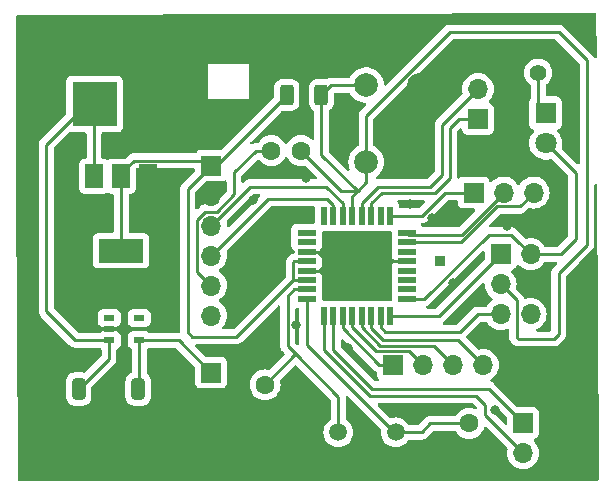
<source format=gtl>
G04 #@! TF.GenerationSoftware,KiCad,Pcbnew,7.0.2*
G04 #@! TF.CreationDate,2023-09-01T19:34:41-07:00*
G04 #@! TF.ProjectId,mcu_singleside,6d63755f-7369-46e6-976c-65736964652e,rev?*
G04 #@! TF.SameCoordinates,Original*
G04 #@! TF.FileFunction,Copper,L1,Top*
G04 #@! TF.FilePolarity,Positive*
%FSLAX46Y46*%
G04 Gerber Fmt 4.6, Leading zero omitted, Abs format (unit mm)*
G04 Created by KiCad (PCBNEW 7.0.2) date 2023-09-01 19:34:41*
%MOMM*%
%LPD*%
G01*
G04 APERTURE LIST*
G04 Aperture macros list*
%AMRoundRect*
0 Rectangle with rounded corners*
0 $1 Rounding radius*
0 $2 $3 $4 $5 $6 $7 $8 $9 X,Y pos of 4 corners*
0 Add a 4 corners polygon primitive as box body*
4,1,4,$2,$3,$4,$5,$6,$7,$8,$9,$2,$3,0*
0 Add four circle primitives for the rounded corners*
1,1,$1+$1,$2,$3*
1,1,$1+$1,$4,$5*
1,1,$1+$1,$6,$7*
1,1,$1+$1,$8,$9*
0 Add four rect primitives between the rounded corners*
20,1,$1+$1,$2,$3,$4,$5,0*
20,1,$1+$1,$4,$5,$6,$7,0*
20,1,$1+$1,$6,$7,$8,$9,0*
20,1,$1+$1,$8,$9,$2,$3,0*%
G04 Aperture macros list end*
G04 #@! TA.AperFunction,ComponentPad*
%ADD10R,1.700000X1.700000*%
G04 #@! TD*
G04 #@! TA.AperFunction,ComponentPad*
%ADD11O,1.700000X1.700000*%
G04 #@! TD*
G04 #@! TA.AperFunction,SMDPad,CuDef*
%ADD12RoundRect,0.250000X-0.325000X-0.650000X0.325000X-0.650000X0.325000X0.650000X-0.325000X0.650000X0*%
G04 #@! TD*
G04 #@! TA.AperFunction,ComponentPad*
%ADD13R,1.800000X1.800000*%
G04 #@! TD*
G04 #@! TA.AperFunction,ComponentPad*
%ADD14C,1.800000*%
G04 #@! TD*
G04 #@! TA.AperFunction,ComponentPad*
%ADD15R,3.800000X3.800000*%
G04 #@! TD*
G04 #@! TA.AperFunction,ComponentPad*
%ADD16C,4.000000*%
G04 #@! TD*
G04 #@! TA.AperFunction,SMDPad,CuDef*
%ADD17R,1.600000X0.550000*%
G04 #@! TD*
G04 #@! TA.AperFunction,SMDPad,CuDef*
%ADD18R,0.550000X1.600000*%
G04 #@! TD*
G04 #@! TA.AperFunction,ComponentPad*
%ADD19C,2.000000*%
G04 #@! TD*
G04 #@! TA.AperFunction,ComponentPad*
%ADD20C,1.600000*%
G04 #@! TD*
G04 #@! TA.AperFunction,ComponentPad*
%ADD21C,1.400000*%
G04 #@! TD*
G04 #@! TA.AperFunction,ComponentPad*
%ADD22O,1.400000X1.400000*%
G04 #@! TD*
G04 #@! TA.AperFunction,ComponentPad*
%ADD23C,1.500000*%
G04 #@! TD*
G04 #@! TA.AperFunction,ComponentPad*
%ADD24R,0.850000X0.850000*%
G04 #@! TD*
G04 #@! TA.AperFunction,SMDPad,CuDef*
%ADD25R,1.500000X2.000000*%
G04 #@! TD*
G04 #@! TA.AperFunction,SMDPad,CuDef*
%ADD26R,3.800000X2.000000*%
G04 #@! TD*
G04 #@! TA.AperFunction,SMDPad,CuDef*
%ADD27RoundRect,0.250000X0.312500X0.625000X-0.312500X0.625000X-0.312500X-0.625000X0.312500X-0.625000X0*%
G04 #@! TD*
G04 #@! TA.AperFunction,SMDPad,CuDef*
%ADD28R,0.952500X0.508000*%
G04 #@! TD*
G04 #@! TA.AperFunction,ViaPad*
%ADD29C,0.800000*%
G04 #@! TD*
G04 #@! TA.AperFunction,Conductor*
%ADD30C,0.250000*%
G04 #@! TD*
G04 APERTURE END LIST*
D10*
X117983000Y-67310000D03*
D11*
X117983000Y-69850000D03*
X117983000Y-72390000D03*
X117983000Y-74930000D03*
X117983000Y-77470000D03*
X117983000Y-80010000D03*
D10*
X142489000Y-74818000D03*
D11*
X145029000Y-74818000D03*
X142489000Y-77358000D03*
X145029000Y-77358000D03*
X142489000Y-79898000D03*
X145029000Y-79898000D03*
D12*
X106778000Y-86233000D03*
X109728000Y-86233000D03*
D13*
X146304000Y-62865000D03*
D14*
X146304000Y-65405000D03*
D10*
X144400000Y-89125000D03*
D11*
X144400000Y-91665000D03*
D15*
X108117000Y-62103000D03*
D16*
X113117000Y-62103000D03*
D10*
X117983000Y-84836000D03*
D17*
X126077000Y-73007000D03*
X126077000Y-73807000D03*
X126077000Y-74607000D03*
X126077000Y-75407000D03*
X126077000Y-76207000D03*
X126077000Y-77007000D03*
X126077000Y-77807000D03*
X126077000Y-78607000D03*
D18*
X127527000Y-80057000D03*
X128327000Y-80057000D03*
X129127000Y-80057000D03*
X129927000Y-80057000D03*
X130727000Y-80057000D03*
X131527000Y-80057000D03*
X132327000Y-80057000D03*
X133127000Y-80057000D03*
D17*
X134577000Y-78607000D03*
X134577000Y-77807000D03*
X134577000Y-77007000D03*
X134577000Y-76207000D03*
X134577000Y-75407000D03*
X134577000Y-74607000D03*
X134577000Y-73807000D03*
X134577000Y-73007000D03*
D18*
X133127000Y-71557000D03*
X132327000Y-71557000D03*
X131527000Y-71557000D03*
X130727000Y-71557000D03*
X129927000Y-71557000D03*
X129127000Y-71557000D03*
X128327000Y-71557000D03*
X127527000Y-71557000D03*
D19*
X135600000Y-60504000D03*
X135600000Y-67004000D03*
X131100000Y-60504000D03*
X131100000Y-67004000D03*
D20*
X125583000Y-66040000D03*
X123083000Y-66040000D03*
D21*
X145669000Y-59452000D03*
D22*
X145669000Y-57552000D03*
D10*
X140589000Y-63373000D03*
D11*
X140589000Y-60833000D03*
X140589000Y-58293000D03*
D23*
X128742000Y-89892000D03*
X133622000Y-89892000D03*
D24*
X137400000Y-75400000D03*
D25*
X112663000Y-68224000D03*
X110363000Y-68224000D03*
D26*
X110363000Y-74524000D03*
D25*
X108063000Y-68224000D03*
D10*
X133400000Y-84200000D03*
D11*
X135940000Y-84200000D03*
X138480000Y-84200000D03*
X141020000Y-84200000D03*
D20*
X139828000Y-89150000D03*
X139828000Y-91650000D03*
D10*
X140208000Y-69596000D03*
D11*
X142748000Y-69596000D03*
X145288000Y-69596000D03*
D27*
X127319500Y-61341000D03*
X124394500Y-61341000D03*
D20*
X122555000Y-85872000D03*
X122555000Y-88372000D03*
D12*
X111809000Y-86233000D03*
X114759000Y-86233000D03*
D28*
X109340650Y-80202999D03*
X109340650Y-81153000D03*
X109340650Y-82103001D03*
X111893350Y-82103001D03*
X111893350Y-80202999D03*
D29*
X134800000Y-70600000D03*
X129600000Y-82800000D03*
X125200000Y-80800000D03*
X142000000Y-88000000D03*
X127889000Y-75438000D03*
X136652000Y-71755000D03*
X138000000Y-87800000D03*
X122555000Y-72390000D03*
X135800000Y-88400000D03*
X139000000Y-80000000D03*
X138430000Y-77216000D03*
X148200000Y-55400000D03*
X121539000Y-70231000D03*
X120777000Y-78740000D03*
X132080000Y-74549000D03*
X121920000Y-76200000D03*
X128400000Y-64000000D03*
X125984000Y-68326000D03*
X133400000Y-88000000D03*
X141000000Y-67200000D03*
X125984000Y-71374000D03*
X143002000Y-72390000D03*
D30*
X144000000Y-82000000D02*
X143854000Y-81854000D01*
X147400000Y-81600000D02*
X147000000Y-82000000D01*
X127319500Y-61341000D02*
X127319500Y-66400459D01*
X131100000Y-63100000D02*
X138200000Y-56000000D01*
X129927000Y-69918381D02*
X129927000Y-71557000D01*
X147000000Y-82000000D02*
X144000000Y-82000000D01*
X127319500Y-61341000D02*
X128156500Y-60504000D01*
X128156500Y-60504000D02*
X131100000Y-60504000D01*
X149800000Y-74000000D02*
X147400000Y-76400000D01*
X130382211Y-69463170D02*
X129006170Y-69463170D01*
X131100000Y-68745381D02*
X130382211Y-69463170D01*
X143854000Y-81854000D02*
X143854000Y-78723000D01*
X131100000Y-67004000D02*
X131100000Y-68745381D01*
X147400000Y-76400000D02*
X147400000Y-81600000D01*
X147400000Y-56000000D02*
X149800000Y-58400000D01*
X130382211Y-69463170D02*
X129927000Y-69918381D01*
X149800000Y-58400000D02*
X149800000Y-74000000D01*
X127319500Y-66400459D02*
X130382211Y-69463170D01*
X143854000Y-78723000D02*
X142489000Y-77358000D01*
X131100000Y-67004000D02*
X131100000Y-63100000D01*
X129006170Y-69463170D02*
X125583000Y-66040000D01*
X138200000Y-56000000D02*
X147400000Y-56000000D01*
X145669000Y-59452000D02*
X145669000Y-62230000D01*
X145669000Y-62230000D02*
X146304000Y-62865000D01*
X126077000Y-76207000D02*
X127120000Y-76207000D01*
X127120000Y-76207000D02*
X127889000Y-75438000D01*
X134577000Y-75407000D02*
X132938000Y-75407000D01*
X126077000Y-74607000D02*
X127058000Y-74607000D01*
X127058000Y-74607000D02*
X127889000Y-75438000D01*
X132938000Y-75407000D02*
X132080000Y-74549000D01*
X137250000Y-80057000D02*
X142489000Y-74818000D01*
X133127000Y-80057000D02*
X137250000Y-80057000D01*
X127708000Y-69088000D02*
X129127000Y-70507000D01*
X117983000Y-72390000D02*
X121285000Y-69088000D01*
X121285000Y-69088000D02*
X127708000Y-69088000D01*
X129127000Y-70507000D02*
X129127000Y-71557000D01*
X122809000Y-70104000D02*
X127799000Y-70104000D01*
X128327000Y-70632000D02*
X128327000Y-71557000D01*
X117983000Y-74930000D02*
X122809000Y-70104000D01*
X127799000Y-70104000D02*
X128327000Y-70632000D01*
X138176000Y-68326000D02*
X138176000Y-64135000D01*
X131527000Y-71557000D02*
X131527000Y-70507000D01*
X136906000Y-69596000D02*
X138176000Y-68326000D01*
X131527000Y-70507000D02*
X132438000Y-69596000D01*
X138938000Y-63373000D02*
X140589000Y-63373000D01*
X138176000Y-64135000D02*
X138938000Y-63373000D01*
X132438000Y-69596000D02*
X136906000Y-69596000D01*
X144008000Y-73797000D02*
X145029000Y-74818000D01*
X143363000Y-73152000D02*
X144008000Y-73797000D01*
X148844000Y-67945000D02*
X148844000Y-73556000D01*
X148844000Y-73556000D02*
X147582000Y-74818000D01*
X134577000Y-78607000D02*
X136013695Y-78607000D01*
X146304000Y-65405000D02*
X148844000Y-67945000D01*
X136013695Y-78607000D02*
X141468695Y-73152000D01*
X141468695Y-73152000D02*
X143363000Y-73152000D01*
X147582000Y-74818000D02*
X145029000Y-74818000D01*
X139043305Y-81400000D02*
X132745000Y-81400000D01*
X140545305Y-79898000D02*
X139043305Y-81400000D01*
X142489000Y-79898000D02*
X140545305Y-79898000D01*
X132327000Y-80982000D02*
X132327000Y-80057000D01*
X132745000Y-81400000D02*
X132327000Y-80982000D01*
X125027000Y-77807000D02*
X124460000Y-78374000D01*
X128742000Y-86868999D02*
X128742000Y-89892000D01*
X125183802Y-83310801D02*
X128742000Y-86868999D01*
X122555000Y-85872000D02*
X125116199Y-83310801D01*
X124460000Y-82587000D02*
X125183802Y-83310801D01*
X126077000Y-77807000D02*
X125027000Y-77807000D01*
X125116199Y-83310801D02*
X125183802Y-83310801D01*
X124460000Y-78374000D02*
X124460000Y-82587000D01*
X136549000Y-89150000D02*
X139828000Y-89150000D01*
X135807000Y-89892000D02*
X136549000Y-89150000D01*
X126077000Y-82477000D02*
X133492000Y-89892000D01*
X126077000Y-78607000D02*
X126077000Y-82477000D01*
X133492000Y-89892000D02*
X135807000Y-89892000D01*
X129127000Y-81107000D02*
X132220000Y-84200000D01*
X129127000Y-80057000D02*
X129127000Y-81107000D01*
X132220000Y-84200000D02*
X133400000Y-84200000D01*
X129927000Y-80057000D02*
X129927000Y-80982000D01*
X131950730Y-83005730D02*
X134745730Y-83005730D01*
X129927000Y-80982000D02*
X131950730Y-83005730D01*
X134745730Y-83005730D02*
X135940000Y-84200000D01*
X132300730Y-82555730D02*
X136835730Y-82555730D01*
X130727000Y-80982000D02*
X132300730Y-82555730D01*
X130727000Y-80057000D02*
X130727000Y-80982000D01*
X136835730Y-82555730D02*
X138480000Y-84200000D01*
X132146000Y-69088000D02*
X136525000Y-69088000D01*
X130727000Y-70507000D02*
X132146000Y-69088000D01*
X137541000Y-68072000D02*
X137541000Y-63881000D01*
X130727000Y-71557000D02*
X130727000Y-70507000D01*
X136525000Y-69088000D02*
X137541000Y-68072000D01*
X137541000Y-63881000D02*
X140589000Y-60833000D01*
X140400000Y-86800000D02*
X141200000Y-87600000D01*
X141200000Y-87600000D02*
X141200000Y-88465000D01*
X131400000Y-86800000D02*
X140400000Y-86800000D01*
X127527000Y-80057000D02*
X127527000Y-82927000D01*
X141200000Y-88465000D02*
X144400000Y-91665000D01*
X127527000Y-82927000D02*
X131400000Y-86800000D01*
X128327000Y-82927000D02*
X131600000Y-86200000D01*
X141475000Y-86200000D02*
X144400000Y-89125000D01*
X131600000Y-86200000D02*
X141475000Y-86200000D01*
X128327000Y-80057000D02*
X128327000Y-82927000D01*
X117496299Y-71215000D02*
X118469701Y-71215000D01*
X116808000Y-76295000D02*
X116808000Y-71903299D01*
X118469701Y-71215000D02*
X119925000Y-69759701D01*
X119925000Y-67898695D02*
X121783695Y-66040000D01*
X117983000Y-77470000D02*
X116808000Y-76295000D01*
X119925000Y-69759701D02*
X119925000Y-67898695D01*
X121783695Y-66040000D02*
X123083000Y-66040000D01*
X116808000Y-71903299D02*
X117496299Y-71215000D01*
X104013000Y-65532000D02*
X107442000Y-62103000D01*
X109340650Y-82103001D02*
X106487001Y-82103001D01*
X109340650Y-82103001D02*
X109340650Y-83670350D01*
X108063000Y-68224000D02*
X108063000Y-62157000D01*
X106487001Y-82103001D02*
X104013000Y-79629000D01*
X107442000Y-62103000D02*
X108117000Y-62103000D01*
X104013000Y-79629000D02*
X104013000Y-65532000D01*
X108063000Y-62157000D02*
X108117000Y-62103000D01*
X109340650Y-83670350D02*
X106778000Y-86233000D01*
X111893350Y-86148650D02*
X111809000Y-86233000D01*
X111893350Y-82103001D02*
X111893350Y-86148650D01*
X115250001Y-82103001D02*
X117983000Y-84836000D01*
X111893350Y-82103001D02*
X115250001Y-82103001D01*
X110363000Y-74524000D02*
X110363000Y-68224000D01*
X116000000Y-69293000D02*
X117983000Y-67310000D01*
X111438000Y-66899000D02*
X117572000Y-66899000D01*
X124997000Y-77007000D02*
X126077000Y-77007000D01*
X118425500Y-67310000D02*
X117983000Y-67310000D01*
X124952000Y-76962000D02*
X120114000Y-81800000D01*
X124952000Y-76962000D02*
X124952000Y-75496386D01*
X110363000Y-67974000D02*
X111438000Y-66899000D01*
X124952000Y-76962000D02*
X124997000Y-77007000D01*
X116000000Y-81400000D02*
X116000000Y-69293000D01*
X110363000Y-68224000D02*
X110363000Y-67974000D01*
X125041386Y-75407000D02*
X126077000Y-75407000D01*
X117572000Y-66899000D02*
X117983000Y-67310000D01*
X120114000Y-81800000D02*
X116400000Y-81800000D01*
X116400000Y-81800000D02*
X116000000Y-81400000D01*
X124952000Y-75496386D02*
X125041386Y-75407000D01*
X124394500Y-61341000D02*
X118425500Y-67310000D01*
X131527000Y-81107000D02*
X132525730Y-82105730D01*
X131527000Y-80057000D02*
X131527000Y-81107000D01*
X132525730Y-82105730D02*
X138925730Y-82105730D01*
X138925730Y-82105730D02*
X141020000Y-84200000D01*
X135824695Y-71557000D02*
X137785695Y-69596000D01*
X133127000Y-71557000D02*
X135824695Y-71557000D01*
X137785695Y-69596000D02*
X140208000Y-69596000D01*
X134722000Y-73152000D02*
X139192000Y-73152000D01*
X139192000Y-73152000D02*
X142748000Y-69596000D01*
X134577000Y-73007000D02*
X134722000Y-73152000D01*
X144113000Y-70771000D02*
X142209396Y-70771000D01*
X139173396Y-73807000D02*
X134577000Y-73807000D01*
X145288000Y-69596000D02*
X144113000Y-70771000D01*
X142209396Y-70771000D02*
X139173396Y-73807000D01*
G04 #@! TA.AperFunction,Conductor*
G36*
X150543312Y-54419876D02*
G01*
X150589246Y-54472524D01*
X150600625Y-54523792D01*
X150618707Y-58104116D01*
X150599362Y-58171254D01*
X150546789Y-58217275D01*
X150477682Y-58227567D01*
X150413981Y-58198864D01*
X150389586Y-58161323D01*
X150386592Y-58163095D01*
X150378619Y-58149613D01*
X150378618Y-58149610D01*
X150368414Y-58132355D01*
X150359861Y-58114895D01*
X150352486Y-58096269D01*
X150352486Y-58096268D01*
X150326808Y-58060925D01*
X150320401Y-58051171D01*
X150298169Y-58013579D01*
X150284006Y-57999416D01*
X150271367Y-57984617D01*
X150259595Y-57968413D01*
X150225941Y-57940573D01*
X150217299Y-57932709D01*
X147900802Y-55616211D01*
X147887906Y-55600113D01*
X147836775Y-55552098D01*
X147833978Y-55549387D01*
X147817227Y-55532636D01*
X147814471Y-55529880D01*
X147811290Y-55527412D01*
X147802422Y-55519837D01*
X147770582Y-55489938D01*
X147753024Y-55480285D01*
X147736764Y-55469604D01*
X147720936Y-55457327D01*
X147680851Y-55439980D01*
X147670361Y-55434841D01*
X147632091Y-55413802D01*
X147612691Y-55408821D01*
X147594284Y-55402519D01*
X147575897Y-55394562D01*
X147532758Y-55387729D01*
X147521324Y-55385361D01*
X147479019Y-55374500D01*
X147458984Y-55374500D01*
X147439586Y-55372973D01*
X147432162Y-55371797D01*
X147419805Y-55369840D01*
X147419804Y-55369840D01*
X147393484Y-55372328D01*
X147376325Y-55373950D01*
X147364656Y-55374500D01*
X138282740Y-55374500D01*
X138262236Y-55372236D01*
X138192144Y-55374439D01*
X138188250Y-55374500D01*
X138160650Y-55374500D01*
X138156799Y-55374986D01*
X138156768Y-55374988D01*
X138156640Y-55375005D01*
X138145028Y-55375918D01*
X138101372Y-55377290D01*
X138082135Y-55382879D01*
X138063094Y-55386822D01*
X138043208Y-55389335D01*
X138002582Y-55405419D01*
X137991537Y-55409200D01*
X137949613Y-55421381D01*
X137932365Y-55431581D01*
X137914903Y-55440135D01*
X137902915Y-55444881D01*
X137896265Y-55447515D01*
X137860926Y-55473189D01*
X137851168Y-55479599D01*
X137813579Y-55501829D01*
X137799410Y-55515998D01*
X137784622Y-55528628D01*
X137768413Y-55540405D01*
X137740572Y-55574058D01*
X137732711Y-55582696D01*
X132810554Y-60504853D01*
X132749231Y-60538338D01*
X132679539Y-60533354D01*
X132623606Y-60491482D01*
X132599297Y-60427412D01*
X132593165Y-60353413D01*
X132585108Y-60256179D01*
X132524063Y-60015119D01*
X132434016Y-59809833D01*
X132424174Y-59787395D01*
X132405756Y-59759204D01*
X132288164Y-59579215D01*
X132119744Y-59396262D01*
X132097612Y-59379036D01*
X131923514Y-59243529D01*
X131923510Y-59243526D01*
X131923509Y-59243526D01*
X131704810Y-59125172D01*
X131704806Y-59125170D01*
X131704805Y-59125170D01*
X131469615Y-59044429D01*
X131224335Y-59003500D01*
X130975665Y-59003500D01*
X130730384Y-59044429D01*
X130495194Y-59125170D01*
X130276485Y-59243529D01*
X130080259Y-59396259D01*
X130080256Y-59396261D01*
X130080256Y-59396262D01*
X130005618Y-59477341D01*
X129911837Y-59579214D01*
X129775825Y-59787395D01*
X129768406Y-59804310D01*
X129723450Y-59857796D01*
X129656714Y-59878486D01*
X129654850Y-59878500D01*
X128239244Y-59878500D01*
X128218736Y-59876235D01*
X128148613Y-59878439D01*
X128144719Y-59878500D01*
X128117150Y-59878500D01*
X128113294Y-59878986D01*
X128113291Y-59878987D01*
X128113235Y-59878994D01*
X128113162Y-59879003D01*
X128101543Y-59879917D01*
X128057872Y-59881289D01*
X128038628Y-59886880D01*
X128019584Y-59890824D01*
X127999708Y-59893335D01*
X127959100Y-59909413D01*
X127948054Y-59913194D01*
X127906110Y-59925382D01*
X127906107Y-59925383D01*
X127888865Y-59935579D01*
X127871404Y-59944133D01*
X127838210Y-59957278D01*
X127837959Y-59956645D01*
X127787365Y-59974693D01*
X127767693Y-59974253D01*
X127685141Y-59965819D01*
X127685122Y-59965818D01*
X127682009Y-59965500D01*
X127678860Y-59965500D01*
X126960141Y-59965500D01*
X126960121Y-59965500D01*
X126956992Y-59965501D01*
X126953860Y-59965820D01*
X126953858Y-59965821D01*
X126854203Y-59976000D01*
X126687665Y-60031186D01*
X126538342Y-60123288D01*
X126414288Y-60247342D01*
X126322186Y-60396665D01*
X126267000Y-60563202D01*
X126256819Y-60662858D01*
X126256817Y-60662878D01*
X126256500Y-60665991D01*
X126256500Y-60669138D01*
X126256500Y-60669139D01*
X126256500Y-62012859D01*
X126256500Y-62012878D01*
X126256501Y-62016008D01*
X126256820Y-62019140D01*
X126256821Y-62019141D01*
X126267000Y-62118796D01*
X126322186Y-62285334D01*
X126414288Y-62434657D01*
X126538342Y-62558711D01*
X126635095Y-62618388D01*
X126681820Y-62670335D01*
X126693999Y-62723927D01*
X126693999Y-65012451D01*
X126674314Y-65079490D01*
X126621510Y-65125245D01*
X126552352Y-65135189D01*
X126488796Y-65106164D01*
X126482331Y-65100145D01*
X126422139Y-65039953D01*
X126422138Y-65039952D01*
X126422136Y-65039950D01*
X126235735Y-64909432D01*
X126029497Y-64813261D01*
X125809689Y-64754364D01*
X125582999Y-64734531D01*
X125356310Y-64754364D01*
X125136502Y-64813261D01*
X124930264Y-64909432D01*
X124743859Y-65039953D01*
X124582953Y-65200859D01*
X124452432Y-65387264D01*
X124445382Y-65402385D01*
X124399209Y-65454824D01*
X124332016Y-65473976D01*
X124265135Y-65453760D01*
X124220618Y-65402385D01*
X124219152Y-65399242D01*
X124213568Y-65387266D01*
X124203892Y-65373446D01*
X124083046Y-65200859D01*
X123922140Y-65039953D01*
X123735735Y-64909432D01*
X123529497Y-64813261D01*
X123309689Y-64754364D01*
X123082999Y-64734531D01*
X122856310Y-64754364D01*
X122636502Y-64813261D01*
X122430264Y-64909432D01*
X122243859Y-65039953D01*
X122082953Y-65200859D01*
X121970387Y-65361623D01*
X121915811Y-65405248D01*
X121868812Y-65414500D01*
X121866439Y-65414500D01*
X121845931Y-65412235D01*
X121775808Y-65414439D01*
X121771914Y-65414500D01*
X121744345Y-65414500D01*
X121740489Y-65414986D01*
X121740486Y-65414987D01*
X121740430Y-65414994D01*
X121740357Y-65415003D01*
X121728738Y-65415917D01*
X121685067Y-65417289D01*
X121665823Y-65422880D01*
X121646779Y-65426824D01*
X121626903Y-65429335D01*
X121586295Y-65445413D01*
X121575249Y-65449194D01*
X121533305Y-65461382D01*
X121533302Y-65461383D01*
X121516060Y-65471579D01*
X121498599Y-65480133D01*
X121465405Y-65493278D01*
X121464655Y-65491384D01*
X121418453Y-65507865D01*
X121350400Y-65492035D01*
X121301709Y-65441925D01*
X121287839Y-65373446D01*
X121313193Y-65308339D01*
X121323694Y-65296394D01*
X123873827Y-62746261D01*
X123935148Y-62712778D01*
X123974105Y-62710586D01*
X124031991Y-62716500D01*
X124757008Y-62716499D01*
X124859797Y-62705999D01*
X125026334Y-62650814D01*
X125175656Y-62558712D01*
X125299712Y-62434656D01*
X125391814Y-62285334D01*
X125446999Y-62118797D01*
X125457500Y-62016009D01*
X125457499Y-60665992D01*
X125446999Y-60563203D01*
X125391814Y-60396666D01*
X125305164Y-60256183D01*
X125299711Y-60247342D01*
X125175657Y-60123288D01*
X125026334Y-60031186D01*
X124859797Y-59976000D01*
X124760141Y-59965819D01*
X124760122Y-59965818D01*
X124757009Y-59965500D01*
X124753860Y-59965500D01*
X124035141Y-59965500D01*
X124035121Y-59965500D01*
X124031992Y-59965501D01*
X124028860Y-59965820D01*
X124028858Y-59965821D01*
X123929203Y-59976000D01*
X123762665Y-60031186D01*
X123613342Y-60123288D01*
X123489288Y-60247342D01*
X123397186Y-60396665D01*
X123342000Y-60563202D01*
X123331819Y-60662858D01*
X123331817Y-60662878D01*
X123331500Y-60665991D01*
X123331500Y-60669139D01*
X123331500Y-61468046D01*
X123311815Y-61535085D01*
X123295181Y-61555727D01*
X118927726Y-65923181D01*
X118866403Y-65956666D01*
X118840045Y-65959500D01*
X117088439Y-65959500D01*
X117088420Y-65959500D01*
X117085128Y-65959501D01*
X117081848Y-65959853D01*
X117081840Y-65959854D01*
X117025515Y-65965909D01*
X116890669Y-66016204D01*
X116775454Y-66102453D01*
X116746323Y-66141368D01*
X116689204Y-66217669D01*
X116689203Y-66217671D01*
X116684607Y-66223811D01*
X116628673Y-66265682D01*
X116585340Y-66273500D01*
X111520744Y-66273500D01*
X111500236Y-66271235D01*
X111430113Y-66273439D01*
X111426219Y-66273500D01*
X111398650Y-66273500D01*
X111394794Y-66273986D01*
X111394791Y-66273987D01*
X111394735Y-66273994D01*
X111394662Y-66274003D01*
X111383043Y-66274917D01*
X111339372Y-66276289D01*
X111320128Y-66281880D01*
X111301084Y-66285824D01*
X111281208Y-66288335D01*
X111240600Y-66304413D01*
X111229554Y-66308194D01*
X111187610Y-66320382D01*
X111187607Y-66320383D01*
X111170365Y-66330579D01*
X111152904Y-66339133D01*
X111134267Y-66346512D01*
X111098931Y-66372185D01*
X111089174Y-66378595D01*
X111051580Y-66400829D01*
X111037413Y-66414996D01*
X111022624Y-66427626D01*
X111006413Y-66439404D01*
X110978572Y-66473058D01*
X110970711Y-66481697D01*
X110765227Y-66687181D01*
X110703904Y-66720666D01*
X110677546Y-66723500D01*
X109568439Y-66723500D01*
X109568420Y-66723500D01*
X109565128Y-66723501D01*
X109561848Y-66723853D01*
X109561840Y-66723854D01*
X109505515Y-66729909D01*
X109370667Y-66780204D01*
X109287309Y-66842606D01*
X109221845Y-66867023D01*
X109153572Y-66852171D01*
X109138696Y-66842611D01*
X109055331Y-66780204D01*
X108920483Y-66729909D01*
X108860873Y-66723500D01*
X108857551Y-66723500D01*
X108812500Y-66723500D01*
X108745461Y-66703815D01*
X108699706Y-66651011D01*
X108688500Y-66599500D01*
X108688500Y-64627499D01*
X108708185Y-64560460D01*
X108760989Y-64514705D01*
X108812500Y-64503499D01*
X110061561Y-64503499D01*
X110064872Y-64503499D01*
X110124483Y-64497091D01*
X110259331Y-64446796D01*
X110374546Y-64360546D01*
X110460796Y-64245331D01*
X110511091Y-64110483D01*
X110517500Y-64050873D01*
X110517499Y-60155128D01*
X110511091Y-60095517D01*
X110460796Y-59960669D01*
X110374546Y-59845454D01*
X110259331Y-59759204D01*
X110124483Y-59708909D01*
X110064873Y-59702500D01*
X110061550Y-59702500D01*
X106172439Y-59702500D01*
X106172420Y-59702500D01*
X106169128Y-59702501D01*
X106165848Y-59702853D01*
X106165840Y-59702854D01*
X106109515Y-59708909D01*
X105974669Y-59759204D01*
X105859454Y-59845454D01*
X105773204Y-59960668D01*
X105722910Y-60095515D01*
X105722909Y-60095517D01*
X105716500Y-60155127D01*
X105716499Y-60158449D01*
X105716500Y-60158449D01*
X105716500Y-62892546D01*
X105696815Y-62959585D01*
X105680181Y-62980227D01*
X103629208Y-65031199D01*
X103613110Y-65044096D01*
X103565096Y-65095225D01*
X103562392Y-65098016D01*
X103545628Y-65114780D01*
X103545621Y-65114787D01*
X103542880Y-65117529D01*
X103540499Y-65120597D01*
X103540490Y-65120608D01*
X103540411Y-65120711D01*
X103532842Y-65129572D01*
X103502935Y-65161420D01*
X103493285Y-65178974D01*
X103482609Y-65195228D01*
X103470326Y-65211063D01*
X103452975Y-65251158D01*
X103447838Y-65261644D01*
X103426802Y-65299907D01*
X103421821Y-65319309D01*
X103415520Y-65337711D01*
X103407561Y-65356102D01*
X103400728Y-65399242D01*
X103398360Y-65410674D01*
X103387500Y-65452977D01*
X103387500Y-65473016D01*
X103385972Y-65492414D01*
X103382840Y-65512196D01*
X103385641Y-65541830D01*
X103386950Y-65555673D01*
X103387500Y-65567343D01*
X103387500Y-79546256D01*
X103385235Y-79566766D01*
X103387439Y-79636872D01*
X103387500Y-79640767D01*
X103387500Y-79668350D01*
X103387988Y-79672219D01*
X103387989Y-79672225D01*
X103388004Y-79672343D01*
X103388918Y-79683967D01*
X103390290Y-79727626D01*
X103395879Y-79746860D01*
X103399825Y-79765916D01*
X103402335Y-79785792D01*
X103418414Y-79826404D01*
X103422197Y-79837451D01*
X103434382Y-79879391D01*
X103444580Y-79896635D01*
X103453136Y-79914100D01*
X103460514Y-79932732D01*
X103460515Y-79932733D01*
X103486180Y-79968059D01*
X103492593Y-79977822D01*
X103514826Y-80015416D01*
X103514829Y-80015419D01*
X103514830Y-80015420D01*
X103528995Y-80029585D01*
X103541627Y-80044375D01*
X103553406Y-80060587D01*
X103587058Y-80088426D01*
X103595699Y-80096289D01*
X105986198Y-82486788D01*
X105999099Y-82502890D01*
X106001213Y-82504875D01*
X106001215Y-82504878D01*
X106025484Y-82527668D01*
X106050241Y-82550917D01*
X106053037Y-82553627D01*
X106072531Y-82573121D01*
X106075616Y-82575514D01*
X106075702Y-82575581D01*
X106084574Y-82583159D01*
X106116419Y-82613063D01*
X106133975Y-82622715D01*
X106150232Y-82633393D01*
X106166065Y-82645675D01*
X106182186Y-82652650D01*
X106206157Y-82663024D01*
X106216644Y-82668161D01*
X106254909Y-82689198D01*
X106274317Y-82694181D01*
X106292711Y-82700479D01*
X106311106Y-82708439D01*
X106354255Y-82715272D01*
X106365681Y-82717639D01*
X106381223Y-82721630D01*
X106407981Y-82728501D01*
X106407982Y-82728501D01*
X106428017Y-82728501D01*
X106447414Y-82730027D01*
X106467197Y-82733161D01*
X106510675Y-82729051D01*
X106522345Y-82728501D01*
X108484222Y-82728501D01*
X108551261Y-82748186D01*
X108558533Y-82753234D01*
X108622069Y-82800797D01*
X108634481Y-82805426D01*
X108690415Y-82847296D01*
X108714834Y-82912760D01*
X108715150Y-82921609D01*
X108715150Y-83359896D01*
X108695465Y-83426935D01*
X108678831Y-83447577D01*
X107322513Y-84803894D01*
X107261190Y-84837379D01*
X107222231Y-84839571D01*
X107156143Y-84832820D01*
X107156139Y-84832819D01*
X107153009Y-84832500D01*
X107149860Y-84832500D01*
X106406141Y-84832500D01*
X106406121Y-84832500D01*
X106402992Y-84832501D01*
X106399860Y-84832820D01*
X106399858Y-84832821D01*
X106300203Y-84843000D01*
X106133665Y-84898186D01*
X105984342Y-84990288D01*
X105860288Y-85114342D01*
X105768186Y-85263665D01*
X105713000Y-85430202D01*
X105702819Y-85529858D01*
X105702817Y-85529878D01*
X105702500Y-85532991D01*
X105702500Y-85536138D01*
X105702500Y-85536139D01*
X105702500Y-86929859D01*
X105702500Y-86929878D01*
X105702501Y-86933008D01*
X105702820Y-86936140D01*
X105702821Y-86936141D01*
X105713000Y-87035796D01*
X105768186Y-87202334D01*
X105860288Y-87351657D01*
X105984342Y-87475711D01*
X105984344Y-87475712D01*
X106133666Y-87567814D01*
X106245017Y-87604712D01*
X106300202Y-87622999D01*
X106399858Y-87633180D01*
X106399859Y-87633180D01*
X106402991Y-87633500D01*
X107153008Y-87633499D01*
X107255797Y-87622999D01*
X107422334Y-87567814D01*
X107571656Y-87475712D01*
X107695712Y-87351656D01*
X107787814Y-87202334D01*
X107842999Y-87035797D01*
X107853500Y-86933009D01*
X107853499Y-86093450D01*
X107873183Y-86026412D01*
X107889813Y-86005775D01*
X109724439Y-84171150D01*
X109740535Y-84158256D01*
X109742523Y-84156137D01*
X109742527Y-84156136D01*
X109788599Y-84107073D01*
X109791184Y-84104405D01*
X109810770Y-84084821D01*
X109813235Y-84081642D01*
X109820817Y-84072766D01*
X109850712Y-84040932D01*
X109860367Y-84023368D01*
X109871044Y-84007114D01*
X109883323Y-83991286D01*
X109900668Y-83951202D01*
X109905810Y-83940706D01*
X109926847Y-83902442D01*
X109931829Y-83883034D01*
X109938131Y-83864630D01*
X109946087Y-83846246D01*
X109952919Y-83803102D01*
X109955283Y-83791688D01*
X109966150Y-83749369D01*
X109966150Y-83729333D01*
X109967677Y-83709934D01*
X109970810Y-83690153D01*
X109966700Y-83646685D01*
X109966149Y-83635012D01*
X109966149Y-83250641D01*
X109966149Y-82921605D01*
X109985834Y-82854570D01*
X110038638Y-82808815D01*
X110046820Y-82805426D01*
X110049942Y-82804261D01*
X110059231Y-82800797D01*
X110174446Y-82714547D01*
X110260696Y-82599332D01*
X110310991Y-82464484D01*
X110317400Y-82404874D01*
X110317399Y-81801129D01*
X110310991Y-81741518D01*
X110260696Y-81606670D01*
X110174446Y-81491455D01*
X110059231Y-81405205D01*
X109924383Y-81354910D01*
X109864773Y-81348501D01*
X109861450Y-81348501D01*
X108819839Y-81348501D01*
X108819820Y-81348501D01*
X108816528Y-81348502D01*
X108813248Y-81348854D01*
X108813240Y-81348855D01*
X108756915Y-81354910D01*
X108622067Y-81405205D01*
X108558532Y-81452768D01*
X108493068Y-81477185D01*
X108484222Y-81477501D01*
X106797453Y-81477501D01*
X106730414Y-81457816D01*
X106709772Y-81441182D01*
X105770167Y-80501577D01*
X108363900Y-80501577D01*
X108363901Y-80504871D01*
X108364253Y-80508151D01*
X108364254Y-80508158D01*
X108370309Y-80564483D01*
X108374745Y-80576376D01*
X108420604Y-80699330D01*
X108506854Y-80814545D01*
X108622069Y-80900795D01*
X108756917Y-80951090D01*
X108816527Y-80957499D01*
X109864772Y-80957498D01*
X109924383Y-80951090D01*
X110059231Y-80900795D01*
X110174446Y-80814545D01*
X110260696Y-80699330D01*
X110310991Y-80564482D01*
X110317400Y-80504872D01*
X110317400Y-80501577D01*
X110916600Y-80501577D01*
X110916601Y-80504871D01*
X110916953Y-80508151D01*
X110916954Y-80508158D01*
X110923009Y-80564483D01*
X110927445Y-80576376D01*
X110973304Y-80699330D01*
X111059554Y-80814545D01*
X111174769Y-80900795D01*
X111309617Y-80951090D01*
X111369227Y-80957499D01*
X112417472Y-80957498D01*
X112477083Y-80951090D01*
X112611931Y-80900795D01*
X112727146Y-80814545D01*
X112813396Y-80699330D01*
X112863691Y-80564482D01*
X112870100Y-80504872D01*
X112870099Y-79901127D01*
X112863691Y-79841516D01*
X112813396Y-79706668D01*
X112727146Y-79591453D01*
X112611931Y-79505203D01*
X112477083Y-79454908D01*
X112417473Y-79448499D01*
X112414150Y-79448499D01*
X111372539Y-79448499D01*
X111372520Y-79448499D01*
X111369228Y-79448500D01*
X111365948Y-79448852D01*
X111365940Y-79448853D01*
X111309615Y-79454908D01*
X111174769Y-79505203D01*
X111059554Y-79591453D01*
X110973304Y-79706667D01*
X110923010Y-79841514D01*
X110923009Y-79841516D01*
X110916600Y-79901126D01*
X110916600Y-79904447D01*
X110916600Y-79904448D01*
X110916600Y-80501559D01*
X110916600Y-80501577D01*
X110317400Y-80501577D01*
X110317399Y-79901127D01*
X110310991Y-79841516D01*
X110260696Y-79706668D01*
X110174446Y-79591453D01*
X110059231Y-79505203D01*
X109924383Y-79454908D01*
X109864773Y-79448499D01*
X109861450Y-79448499D01*
X108819839Y-79448499D01*
X108819820Y-79448499D01*
X108816528Y-79448500D01*
X108813248Y-79448852D01*
X108813240Y-79448853D01*
X108756915Y-79454908D01*
X108622069Y-79505203D01*
X108506854Y-79591453D01*
X108420604Y-79706667D01*
X108370310Y-79841514D01*
X108370309Y-79841516D01*
X108363900Y-79901126D01*
X108363900Y-79904447D01*
X108363900Y-79904448D01*
X108363900Y-80501559D01*
X108363900Y-80501577D01*
X105770167Y-80501577D01*
X104674819Y-79406228D01*
X104641334Y-79344905D01*
X104638500Y-79318547D01*
X104638500Y-65842451D01*
X104658185Y-65775412D01*
X104674814Y-65754775D01*
X105924239Y-64505350D01*
X105985560Y-64471867D01*
X106055250Y-64476850D01*
X106109517Y-64497091D01*
X106169127Y-64503500D01*
X107313500Y-64503499D01*
X107380539Y-64523184D01*
X107426294Y-64575987D01*
X107437500Y-64627499D01*
X107437500Y-66599500D01*
X107417815Y-66666539D01*
X107365011Y-66712294D01*
X107313503Y-66723500D01*
X107268439Y-66723500D01*
X107268420Y-66723500D01*
X107265128Y-66723501D01*
X107261848Y-66723853D01*
X107261840Y-66723854D01*
X107205515Y-66729909D01*
X107070669Y-66780204D01*
X106955454Y-66866454D01*
X106869204Y-66981668D01*
X106847431Y-67040046D01*
X106818909Y-67116517D01*
X106812500Y-67176127D01*
X106812500Y-67179448D01*
X106812500Y-67179449D01*
X106812500Y-69268560D01*
X106812500Y-69268578D01*
X106812501Y-69271872D01*
X106818909Y-69331483D01*
X106869204Y-69466331D01*
X106955454Y-69581546D01*
X107070669Y-69667796D01*
X107205517Y-69718091D01*
X107265127Y-69724500D01*
X108860872Y-69724499D01*
X108920483Y-69718091D01*
X109055331Y-69667796D01*
X109138689Y-69605393D01*
X109204153Y-69580976D01*
X109272426Y-69595827D01*
X109287309Y-69605393D01*
X109370669Y-69667796D01*
X109505517Y-69718091D01*
X109565127Y-69724500D01*
X109613499Y-69724499D01*
X109680537Y-69744182D01*
X109726293Y-69796985D01*
X109737500Y-69848499D01*
X109737500Y-72899500D01*
X109717815Y-72966539D01*
X109665011Y-73012294D01*
X109613500Y-73023500D01*
X108418439Y-73023500D01*
X108418420Y-73023500D01*
X108415128Y-73023501D01*
X108411848Y-73023853D01*
X108411840Y-73023854D01*
X108355515Y-73029909D01*
X108220669Y-73080204D01*
X108105454Y-73166454D01*
X108019204Y-73281668D01*
X107968910Y-73416515D01*
X107968909Y-73416517D01*
X107962500Y-73476127D01*
X107962500Y-73479448D01*
X107962500Y-73479449D01*
X107962500Y-75568560D01*
X107962500Y-75568578D01*
X107962501Y-75571872D01*
X107962853Y-75575152D01*
X107962854Y-75575159D01*
X107968909Y-75631484D01*
X107977748Y-75655182D01*
X108019204Y-75766331D01*
X108105454Y-75881546D01*
X108220669Y-75967796D01*
X108355517Y-76018091D01*
X108415127Y-76024500D01*
X112310872Y-76024499D01*
X112370483Y-76018091D01*
X112505331Y-75967796D01*
X112620546Y-75881546D01*
X112706796Y-75766331D01*
X112757091Y-75631483D01*
X112763500Y-75571873D01*
X112763499Y-73476128D01*
X112757091Y-73416517D01*
X112706796Y-73281669D01*
X112620546Y-73166454D01*
X112505331Y-73080204D01*
X112370483Y-73029909D01*
X112310873Y-73023500D01*
X112307551Y-73023500D01*
X111112500Y-73023500D01*
X111045461Y-73003815D01*
X110999706Y-72951011D01*
X110988500Y-72899500D01*
X110988500Y-69848499D01*
X111008185Y-69781460D01*
X111060989Y-69735705D01*
X111112500Y-69724499D01*
X111157561Y-69724499D01*
X111160872Y-69724499D01*
X111220483Y-69718091D01*
X111355331Y-69667796D01*
X111470546Y-69581546D01*
X111556796Y-69466331D01*
X111607091Y-69331483D01*
X111613500Y-69271873D01*
X111613499Y-67659452D01*
X111633184Y-67592414D01*
X111649822Y-67571768D01*
X111660776Y-67560815D01*
X111722100Y-67527333D01*
X111748453Y-67524500D01*
X116508501Y-67524500D01*
X116575540Y-67544185D01*
X116621295Y-67596989D01*
X116632500Y-67648499D01*
X116632500Y-67687257D01*
X116632500Y-67724547D01*
X116612815Y-67791586D01*
X116596181Y-67812226D01*
X115616208Y-68792199D01*
X115600110Y-68805096D01*
X115552096Y-68856225D01*
X115549392Y-68859016D01*
X115532628Y-68875780D01*
X115532621Y-68875787D01*
X115529880Y-68878529D01*
X115527499Y-68881597D01*
X115527490Y-68881608D01*
X115527411Y-68881711D01*
X115519842Y-68890572D01*
X115489935Y-68922420D01*
X115480285Y-68939974D01*
X115469609Y-68956228D01*
X115457326Y-68972063D01*
X115439975Y-69012158D01*
X115434838Y-69022644D01*
X115413802Y-69060907D01*
X115408821Y-69080309D01*
X115402520Y-69098711D01*
X115394561Y-69117102D01*
X115387728Y-69160242D01*
X115385360Y-69171674D01*
X115374499Y-69213977D01*
X115374500Y-69234016D01*
X115372973Y-69253414D01*
X115369839Y-69273196D01*
X115373949Y-69316676D01*
X115374499Y-69328343D01*
X115374499Y-81317260D01*
X115372235Y-81337771D01*
X115372507Y-81346400D01*
X115354938Y-81414025D01*
X115303597Y-81461416D01*
X115260239Y-81473745D01*
X115239051Y-81475748D01*
X115226324Y-81476951D01*
X115214657Y-81477501D01*
X112749778Y-81477501D01*
X112682739Y-81457816D01*
X112675468Y-81452768D01*
X112611933Y-81405206D01*
X112611931Y-81405205D01*
X112477083Y-81354910D01*
X112417473Y-81348501D01*
X112414150Y-81348501D01*
X111372539Y-81348501D01*
X111372520Y-81348501D01*
X111369228Y-81348502D01*
X111365948Y-81348854D01*
X111365940Y-81348855D01*
X111309615Y-81354910D01*
X111174769Y-81405205D01*
X111059554Y-81491455D01*
X110973304Y-81606669D01*
X110923009Y-81741517D01*
X110917607Y-81791766D01*
X110916600Y-81801128D01*
X110916600Y-81804449D01*
X110916600Y-81804450D01*
X110916600Y-82401561D01*
X110916600Y-82401579D01*
X110916601Y-82404873D01*
X110916953Y-82408153D01*
X110916954Y-82408160D01*
X110923009Y-82464485D01*
X110934938Y-82496467D01*
X110973304Y-82599332D01*
X111059554Y-82714547D01*
X111174769Y-82800797D01*
X111187181Y-82805426D01*
X111243115Y-82847296D01*
X111267534Y-82912760D01*
X111267850Y-82921609D01*
X111267850Y-84774453D01*
X111248165Y-84841492D01*
X111195361Y-84887247D01*
X111182855Y-84892158D01*
X111164668Y-84898184D01*
X111015342Y-84990288D01*
X110891288Y-85114342D01*
X110799186Y-85263665D01*
X110744000Y-85430202D01*
X110733819Y-85529858D01*
X110733817Y-85529878D01*
X110733500Y-85532991D01*
X110733500Y-85536138D01*
X110733500Y-85536139D01*
X110733500Y-86929859D01*
X110733500Y-86929878D01*
X110733501Y-86933008D01*
X110733820Y-86936140D01*
X110733821Y-86936141D01*
X110744000Y-87035796D01*
X110799186Y-87202334D01*
X110891288Y-87351657D01*
X111015342Y-87475711D01*
X111015344Y-87475712D01*
X111164666Y-87567814D01*
X111276017Y-87604712D01*
X111331202Y-87622999D01*
X111430858Y-87633180D01*
X111430859Y-87633180D01*
X111433991Y-87633500D01*
X112184008Y-87633499D01*
X112286797Y-87622999D01*
X112453334Y-87567814D01*
X112602656Y-87475712D01*
X112726712Y-87351656D01*
X112818814Y-87202334D01*
X112873999Y-87035797D01*
X112884500Y-86933009D01*
X112884499Y-85532992D01*
X112873999Y-85430203D01*
X112818814Y-85263666D01*
X112753320Y-85157483D01*
X112726711Y-85114342D01*
X112602656Y-84990287D01*
X112577752Y-84974926D01*
X112531027Y-84922978D01*
X112518850Y-84869392D01*
X112518850Y-82921605D01*
X112538534Y-82854570D01*
X112591338Y-82808815D01*
X112599520Y-82805426D01*
X112602642Y-82804261D01*
X112611931Y-82800797D01*
X112675466Y-82753234D01*
X112740931Y-82728817D01*
X112749778Y-82728501D01*
X114939549Y-82728501D01*
X115006588Y-82748186D01*
X115027230Y-82764820D01*
X116596181Y-84333771D01*
X116629666Y-84395094D01*
X116632500Y-84421452D01*
X116632500Y-85730560D01*
X116632500Y-85730578D01*
X116632501Y-85733872D01*
X116632853Y-85737152D01*
X116632854Y-85737159D01*
X116638909Y-85793484D01*
X116643775Y-85806530D01*
X116689204Y-85928331D01*
X116775454Y-86043546D01*
X116890669Y-86129796D01*
X117025517Y-86180091D01*
X117085127Y-86186500D01*
X118880872Y-86186499D01*
X118940483Y-86180091D01*
X119075331Y-86129796D01*
X119190546Y-86043546D01*
X119276796Y-85928331D01*
X119327091Y-85793483D01*
X119333500Y-85733873D01*
X119333499Y-83938128D01*
X119327091Y-83878517D01*
X119276796Y-83743669D01*
X119190546Y-83628454D01*
X119075331Y-83542204D01*
X118940483Y-83491909D01*
X118880873Y-83485500D01*
X118877551Y-83485500D01*
X117568453Y-83485500D01*
X117501414Y-83465815D01*
X117480772Y-83449181D01*
X116668772Y-82637181D01*
X116635287Y-82575858D01*
X116640271Y-82506166D01*
X116682143Y-82450233D01*
X116747607Y-82425816D01*
X116756453Y-82425500D01*
X120031256Y-82425500D01*
X120051762Y-82427764D01*
X120054665Y-82427672D01*
X120054667Y-82427673D01*
X120121872Y-82425561D01*
X120125768Y-82425500D01*
X120149448Y-82425500D01*
X120153350Y-82425500D01*
X120157313Y-82424999D01*
X120168962Y-82424080D01*
X120212627Y-82422709D01*
X120231859Y-82417120D01*
X120250918Y-82413174D01*
X120257196Y-82412381D01*
X120270792Y-82410664D01*
X120311407Y-82394582D01*
X120322444Y-82390803D01*
X120364390Y-82378618D01*
X120381629Y-82368422D01*
X120399102Y-82359862D01*
X120417732Y-82352486D01*
X120453064Y-82326814D01*
X120462830Y-82320400D01*
X120500418Y-82298171D01*
X120500417Y-82298171D01*
X120500420Y-82298170D01*
X120514585Y-82284004D01*
X120529373Y-82271373D01*
X120545587Y-82259594D01*
X120573438Y-82225926D01*
X120581279Y-82217309D01*
X123622820Y-79175769D01*
X123684141Y-79142286D01*
X123753833Y-79147270D01*
X123809766Y-79189142D01*
X123834183Y-79254606D01*
X123834499Y-79263452D01*
X123834499Y-82504261D01*
X123832235Y-82524772D01*
X123834439Y-82594874D01*
X123834500Y-82598769D01*
X123834500Y-82626350D01*
X123834988Y-82630219D01*
X123834989Y-82630225D01*
X123835004Y-82630343D01*
X123835918Y-82641967D01*
X123837290Y-82685630D01*
X123842880Y-82704870D01*
X123846825Y-82723920D01*
X123849335Y-82743791D01*
X123865412Y-82784395D01*
X123869196Y-82795448D01*
X123881381Y-82837389D01*
X123891575Y-82854625D01*
X123900137Y-82872101D01*
X123907512Y-82890730D01*
X123911360Y-82896026D01*
X123929947Y-82921609D01*
X123933181Y-82926059D01*
X123939595Y-82935823D01*
X123961831Y-82973422D01*
X123975993Y-82987584D01*
X123988629Y-83002378D01*
X124000406Y-83018587D01*
X124034054Y-83046423D01*
X124042695Y-83054286D01*
X124177727Y-83189318D01*
X124211212Y-83250641D01*
X124206228Y-83320333D01*
X124177727Y-83364680D01*
X122969821Y-84572586D01*
X122908498Y-84606071D01*
X122850047Y-84604680D01*
X122781690Y-84586364D01*
X122554999Y-84566531D01*
X122328310Y-84586364D01*
X122108502Y-84645261D01*
X121902264Y-84741432D01*
X121715859Y-84871953D01*
X121554953Y-85032859D01*
X121424432Y-85219264D01*
X121328261Y-85425502D01*
X121269364Y-85645310D01*
X121249531Y-85872000D01*
X121269364Y-86098689D01*
X121328261Y-86318497D01*
X121424432Y-86524735D01*
X121554953Y-86711140D01*
X121715859Y-86872046D01*
X121902264Y-87002567D01*
X121902265Y-87002567D01*
X121902266Y-87002568D01*
X122108504Y-87098739D01*
X122328308Y-87157635D01*
X122555000Y-87177468D01*
X122781692Y-87157635D01*
X123001496Y-87098739D01*
X123207734Y-87002568D01*
X123394139Y-86872047D01*
X123555047Y-86711139D01*
X123685568Y-86524734D01*
X123781739Y-86318496D01*
X123840635Y-86098692D01*
X123860468Y-85872000D01*
X123840635Y-85645308D01*
X123822318Y-85576951D01*
X123823982Y-85507101D01*
X123854411Y-85457178D01*
X125062319Y-84249269D01*
X125123642Y-84215785D01*
X125193334Y-84220769D01*
X125237681Y-84249270D01*
X128080181Y-87091770D01*
X128113666Y-87153093D01*
X128116500Y-87179451D01*
X128116500Y-88738850D01*
X128096815Y-88805889D01*
X128063624Y-88840425D01*
X127935119Y-88930405D01*
X127780402Y-89085122D01*
X127654898Y-89264361D01*
X127562425Y-89462668D01*
X127505792Y-89674025D01*
X127486722Y-89892000D01*
X127505792Y-90109974D01*
X127562425Y-90321331D01*
X127594526Y-90390171D01*
X127654898Y-90519639D01*
X127780402Y-90698877D01*
X127935123Y-90853598D01*
X128114361Y-90979102D01*
X128312670Y-91071575D01*
X128524023Y-91128207D01*
X128742000Y-91147277D01*
X128959977Y-91128207D01*
X129171330Y-91071575D01*
X129369639Y-90979102D01*
X129548877Y-90853598D01*
X129703598Y-90698877D01*
X129829102Y-90519639D01*
X129921575Y-90321330D01*
X129978207Y-90109977D01*
X129997277Y-89892000D01*
X129978207Y-89674023D01*
X129921575Y-89462670D01*
X129829102Y-89264362D01*
X129703598Y-89085123D01*
X129548877Y-88930402D01*
X129420374Y-88840423D01*
X129376750Y-88785846D01*
X129367499Y-88738849D01*
X129367499Y-87875205D01*
X129367499Y-86951733D01*
X129370598Y-86924195D01*
X129370652Y-86923958D01*
X129404737Y-86862967D01*
X129466387Y-86830086D01*
X129536026Y-86835755D01*
X129579234Y-86863824D01*
X132345199Y-89629789D01*
X132378684Y-89691112D01*
X132381046Y-89728277D01*
X132366722Y-89892000D01*
X132385792Y-90109974D01*
X132442425Y-90321331D01*
X132474526Y-90390171D01*
X132534898Y-90519639D01*
X132660402Y-90698877D01*
X132815123Y-90853598D01*
X132994361Y-90979102D01*
X133192670Y-91071575D01*
X133404023Y-91128207D01*
X133622000Y-91147277D01*
X133839977Y-91128207D01*
X134051330Y-91071575D01*
X134249639Y-90979102D01*
X134428877Y-90853598D01*
X134583598Y-90698877D01*
X134673575Y-90570375D01*
X134728151Y-90526752D01*
X134775149Y-90517500D01*
X135724256Y-90517500D01*
X135744762Y-90519764D01*
X135747665Y-90519672D01*
X135747667Y-90519673D01*
X135814872Y-90517561D01*
X135818768Y-90517500D01*
X135842448Y-90517500D01*
X135846350Y-90517500D01*
X135850313Y-90516999D01*
X135861962Y-90516080D01*
X135905627Y-90514709D01*
X135924859Y-90509120D01*
X135943918Y-90505174D01*
X135950196Y-90504381D01*
X135963792Y-90502664D01*
X136004407Y-90486582D01*
X136015444Y-90482803D01*
X136057390Y-90470618D01*
X136074629Y-90460422D01*
X136092102Y-90451862D01*
X136110732Y-90444486D01*
X136146064Y-90418814D01*
X136155830Y-90412400D01*
X136193418Y-90390171D01*
X136193417Y-90390171D01*
X136193420Y-90390170D01*
X136207585Y-90376004D01*
X136222373Y-90363373D01*
X136238587Y-90351594D01*
X136266438Y-90317926D01*
X136274269Y-90309319D01*
X136771773Y-89811816D01*
X136833095Y-89778334D01*
X136859453Y-89775500D01*
X138613812Y-89775500D01*
X138680851Y-89795185D01*
X138715387Y-89828377D01*
X138827953Y-89989140D01*
X138988859Y-90150046D01*
X139175264Y-90280567D01*
X139175265Y-90280567D01*
X139175266Y-90280568D01*
X139381504Y-90376739D01*
X139601308Y-90435635D01*
X139752435Y-90448857D01*
X139827999Y-90455468D01*
X139827999Y-90455467D01*
X139828000Y-90455468D01*
X140054692Y-90435635D01*
X140274496Y-90376739D01*
X140480734Y-90280568D01*
X140667139Y-90150047D01*
X140828047Y-89989139D01*
X140958568Y-89802734D01*
X141054739Y-89596496D01*
X141082026Y-89494657D01*
X141118389Y-89434999D01*
X141181236Y-89404469D01*
X141250611Y-89412763D01*
X141289480Y-89439070D01*
X142182954Y-90332545D01*
X143059761Y-91209352D01*
X143093246Y-91270675D01*
X143091855Y-91329125D01*
X143064936Y-91429591D01*
X143044340Y-91665000D01*
X143064936Y-91900407D01*
X143109709Y-92067501D01*
X143126097Y-92128663D01*
X143225965Y-92342830D01*
X143361505Y-92536401D01*
X143528599Y-92703495D01*
X143722170Y-92839035D01*
X143936337Y-92938903D01*
X144164591Y-93000063D01*
X144164592Y-93000063D01*
X144399999Y-93020659D01*
X144399999Y-93020658D01*
X144400000Y-93020659D01*
X144635408Y-93000063D01*
X144863663Y-92938903D01*
X145077830Y-92839035D01*
X145271401Y-92703495D01*
X145438495Y-92536401D01*
X145574035Y-92342830D01*
X145673903Y-92128663D01*
X145735063Y-91900408D01*
X145755659Y-91665000D01*
X145735063Y-91429592D01*
X145673903Y-91201337D01*
X145574035Y-90987171D01*
X145438495Y-90793599D01*
X145316569Y-90671672D01*
X145283084Y-90610350D01*
X145288068Y-90540658D01*
X145329940Y-90484725D01*
X145360915Y-90467810D01*
X145492331Y-90418796D01*
X145607546Y-90332546D01*
X145693796Y-90217331D01*
X145744091Y-90082483D01*
X145750500Y-90022873D01*
X145750499Y-88227128D01*
X145744091Y-88167517D01*
X145693796Y-88032669D01*
X145607546Y-87917454D01*
X145492331Y-87831204D01*
X145357483Y-87780909D01*
X145297873Y-87774500D01*
X145294551Y-87774500D01*
X143985453Y-87774500D01*
X143918414Y-87754815D01*
X143897772Y-87738181D01*
X141975802Y-85816211D01*
X141962906Y-85800113D01*
X141911775Y-85752098D01*
X141908978Y-85749387D01*
X141892227Y-85732636D01*
X141889471Y-85729880D01*
X141886290Y-85727412D01*
X141877422Y-85719837D01*
X141845582Y-85689938D01*
X141828024Y-85680285D01*
X141811764Y-85669604D01*
X141795936Y-85657327D01*
X141755851Y-85639980D01*
X141745361Y-85634841D01*
X141707091Y-85613802D01*
X141704956Y-85613254D01*
X141644918Y-85577516D01*
X141613733Y-85514992D01*
X141621301Y-85445533D01*
X141665220Y-85391193D01*
X141683386Y-85380770D01*
X141697830Y-85374035D01*
X141891401Y-85238495D01*
X142058495Y-85071401D01*
X142194035Y-84877830D01*
X142293903Y-84663663D01*
X142355063Y-84435408D01*
X142375659Y-84200000D01*
X142355063Y-83964592D01*
X142293903Y-83736337D01*
X142194035Y-83522171D01*
X142058495Y-83328599D01*
X141891401Y-83161505D01*
X141697830Y-83025965D01*
X141483663Y-82926097D01*
X141422501Y-82909709D01*
X141255407Y-82864936D01*
X141020000Y-82844340D01*
X140784593Y-82864936D01*
X140684126Y-82891856D01*
X140614276Y-82890193D01*
X140564352Y-82859762D01*
X139603923Y-81899333D01*
X139570438Y-81838010D01*
X139575422Y-81768318D01*
X139603923Y-81723971D01*
X140173080Y-81154815D01*
X140768075Y-80559819D01*
X140829399Y-80526334D01*
X140855757Y-80523500D01*
X141213773Y-80523500D01*
X141280812Y-80543185D01*
X141315345Y-80576373D01*
X141450505Y-80769401D01*
X141617599Y-80936495D01*
X141811170Y-81072035D01*
X142025337Y-81171903D01*
X142252808Y-81232853D01*
X142253592Y-81233063D01*
X142488999Y-81253659D01*
X142488999Y-81253658D01*
X142489000Y-81253659D01*
X142724408Y-81233063D01*
X142952663Y-81171903D01*
X143052098Y-81125535D01*
X143121172Y-81115044D01*
X143184956Y-81143563D01*
X143223196Y-81202040D01*
X143228500Y-81237918D01*
X143228500Y-81771256D01*
X143226235Y-81791766D01*
X143228439Y-81861872D01*
X143228500Y-81865767D01*
X143228500Y-81893350D01*
X143228988Y-81897219D01*
X143228989Y-81897225D01*
X143229004Y-81897343D01*
X143229918Y-81908967D01*
X143231290Y-81952626D01*
X143236879Y-81971860D01*
X143240825Y-81990916D01*
X143243335Y-82010792D01*
X143259414Y-82051404D01*
X143263197Y-82062451D01*
X143275382Y-82104391D01*
X143285580Y-82121635D01*
X143294136Y-82139100D01*
X143301514Y-82157732D01*
X143301515Y-82157733D01*
X143327180Y-82193059D01*
X143333593Y-82202822D01*
X143355826Y-82240416D01*
X143355829Y-82240419D01*
X143355830Y-82240420D01*
X143369995Y-82254585D01*
X143382628Y-82269376D01*
X143394404Y-82285585D01*
X143394405Y-82285586D01*
X143394406Y-82285587D01*
X143428068Y-82313435D01*
X143436695Y-82321286D01*
X143499198Y-82383789D01*
X143512096Y-82399888D01*
X143514213Y-82401876D01*
X143514214Y-82401877D01*
X143538053Y-82424264D01*
X143563225Y-82447902D01*
X143566021Y-82450612D01*
X143585529Y-82470120D01*
X143588709Y-82472587D01*
X143597571Y-82480155D01*
X143621781Y-82502890D01*
X143629418Y-82510062D01*
X143646970Y-82519711D01*
X143663238Y-82530397D01*
X143679064Y-82542673D01*
X143719146Y-82560017D01*
X143729633Y-82565155D01*
X143767907Y-82586197D01*
X143776410Y-82588379D01*
X143787308Y-82591178D01*
X143805713Y-82597478D01*
X143824104Y-82605437D01*
X143867250Y-82612270D01*
X143878668Y-82614635D01*
X143920981Y-82625500D01*
X143941016Y-82625500D01*
X143960415Y-82627027D01*
X143980196Y-82630160D01*
X144023674Y-82626050D01*
X144035344Y-82625500D01*
X146917256Y-82625500D01*
X146937762Y-82627764D01*
X146940665Y-82627672D01*
X146940667Y-82627673D01*
X147007872Y-82625561D01*
X147011768Y-82625500D01*
X147035448Y-82625500D01*
X147039350Y-82625500D01*
X147043313Y-82624999D01*
X147054962Y-82624080D01*
X147098627Y-82622709D01*
X147117859Y-82617120D01*
X147136918Y-82613174D01*
X147144099Y-82612267D01*
X147156792Y-82610664D01*
X147197407Y-82594582D01*
X147208444Y-82590803D01*
X147250390Y-82578618D01*
X147267629Y-82568422D01*
X147285102Y-82559862D01*
X147303732Y-82552486D01*
X147339064Y-82526814D01*
X147348830Y-82520400D01*
X147376120Y-82504261D01*
X147386420Y-82498170D01*
X147400585Y-82484004D01*
X147415373Y-82471373D01*
X147431587Y-82459594D01*
X147459438Y-82425926D01*
X147467279Y-82417309D01*
X147783786Y-82100802D01*
X147799881Y-82087910D01*
X147801873Y-82085788D01*
X147801877Y-82085786D01*
X147847949Y-82036723D01*
X147850534Y-82034055D01*
X147870120Y-82014471D01*
X147872585Y-82011292D01*
X147880167Y-82002416D01*
X147888339Y-81993714D01*
X147910062Y-81970582D01*
X147919717Y-81953018D01*
X147930394Y-81936764D01*
X147942673Y-81920936D01*
X147960018Y-81880852D01*
X147965160Y-81870356D01*
X147968757Y-81863814D01*
X147986197Y-81832092D01*
X147991179Y-81812684D01*
X147997481Y-81794280D01*
X148005437Y-81775896D01*
X148012269Y-81732752D01*
X148014633Y-81721338D01*
X148025500Y-81679019D01*
X148025500Y-81658983D01*
X148027027Y-81639584D01*
X148030160Y-81619804D01*
X148026050Y-81576324D01*
X148025500Y-81564655D01*
X148025500Y-76710451D01*
X148045185Y-76643412D01*
X148061819Y-76622770D01*
X149116039Y-75568550D01*
X150183786Y-74500802D01*
X150199886Y-74487905D01*
X150201874Y-74485787D01*
X150201877Y-74485786D01*
X150247964Y-74436707D01*
X150250549Y-74434039D01*
X150270120Y-74414470D01*
X150272565Y-74411316D01*
X150280154Y-74402429D01*
X150310062Y-74370582D01*
X150319713Y-74353026D01*
X150330393Y-74336767D01*
X150342674Y-74320936D01*
X150360018Y-74280851D01*
X150365160Y-74270356D01*
X150386197Y-74232092D01*
X150391178Y-74212688D01*
X150397480Y-74194283D01*
X150405438Y-74175895D01*
X150412270Y-74132748D01*
X150414639Y-74121316D01*
X150425500Y-74079020D01*
X150425500Y-74058983D01*
X150427027Y-74039584D01*
X150430160Y-74019804D01*
X150426050Y-73976324D01*
X150425500Y-73964655D01*
X150425500Y-68953230D01*
X150445185Y-68886191D01*
X150497989Y-68840436D01*
X150567147Y-68830492D01*
X150630703Y-68859517D01*
X150668477Y-68918295D01*
X150673498Y-68952604D01*
X150792608Y-92536404D01*
X150799371Y-93875374D01*
X150780026Y-93942512D01*
X150727453Y-93988533D01*
X150675373Y-94000000D01*
X101723372Y-94000000D01*
X101656333Y-93980315D01*
X101610578Y-93927511D01*
X101599374Y-93876629D01*
X101594111Y-92839035D01*
X101473500Y-69058553D01*
X101473500Y-61882828D01*
X101473500Y-58738786D01*
X117713786Y-58738786D01*
X117713786Y-61686214D01*
X121213595Y-61686214D01*
X121213595Y-58738786D01*
X117713786Y-58738786D01*
X101473500Y-58738786D01*
X101473500Y-54690209D01*
X101493184Y-54623174D01*
X101545988Y-54577419D01*
X101597072Y-54566215D01*
X150476209Y-54400419D01*
X150543312Y-54419876D01*
G37*
G04 #@! TD.AperFunction*
G04 #@! TA.AperFunction,Conductor*
G36*
X140156587Y-87445185D02*
G01*
X140177229Y-87461819D01*
X140459600Y-87744190D01*
X140493085Y-87805513D01*
X140488101Y-87875205D01*
X140446229Y-87931138D01*
X140380765Y-87955555D01*
X140319514Y-87944253D01*
X140274498Y-87923261D01*
X140054689Y-87864364D01*
X139827999Y-87844531D01*
X139601310Y-87864364D01*
X139381502Y-87923261D01*
X139175264Y-88019432D01*
X138988859Y-88149953D01*
X138827953Y-88310859D01*
X138715387Y-88471623D01*
X138660811Y-88515248D01*
X138613812Y-88524500D01*
X136631740Y-88524500D01*
X136611236Y-88522236D01*
X136541144Y-88524439D01*
X136537250Y-88524500D01*
X136509650Y-88524500D01*
X136505789Y-88524987D01*
X136505778Y-88524988D01*
X136505645Y-88525005D01*
X136494029Y-88525918D01*
X136450368Y-88527290D01*
X136431129Y-88532880D01*
X136412080Y-88536825D01*
X136392208Y-88539335D01*
X136351593Y-88555415D01*
X136340549Y-88559196D01*
X136298611Y-88571382D01*
X136281364Y-88581581D01*
X136263900Y-88590136D01*
X136245267Y-88597514D01*
X136209926Y-88623189D01*
X136200168Y-88629599D01*
X136162579Y-88651829D01*
X136148410Y-88665998D01*
X136133622Y-88678628D01*
X136117411Y-88690406D01*
X136089572Y-88724058D01*
X136081711Y-88732697D01*
X135584228Y-89230181D01*
X135522905Y-89263666D01*
X135496547Y-89266500D01*
X134775149Y-89266500D01*
X134708110Y-89246815D01*
X134673574Y-89213623D01*
X134583597Y-89085122D01*
X134428880Y-88930405D01*
X134428879Y-88930404D01*
X134428877Y-88930402D01*
X134249639Y-88804898D01*
X134107999Y-88738850D01*
X134051331Y-88712425D01*
X133839974Y-88655792D01*
X133622000Y-88636722D01*
X133404024Y-88655792D01*
X133265247Y-88692977D01*
X133195397Y-88691314D01*
X133145473Y-88660883D01*
X132121771Y-87637181D01*
X132088286Y-87575858D01*
X132093270Y-87506166D01*
X132135142Y-87450233D01*
X132200606Y-87425816D01*
X132209452Y-87425500D01*
X140089548Y-87425500D01*
X140156587Y-87445185D01*
G37*
G04 #@! TD.AperFunction*
G04 #@! TA.AperFunction,Conductor*
G36*
X142030703Y-87640739D02*
G01*
X142037181Y-87646771D01*
X143013181Y-88622771D01*
X143046666Y-88684094D01*
X143049500Y-88710452D01*
X143049500Y-89130547D01*
X143029815Y-89197586D01*
X142977011Y-89243341D01*
X142907853Y-89253285D01*
X142844297Y-89224260D01*
X142837819Y-89218228D01*
X141861819Y-88242228D01*
X141828334Y-88180905D01*
X141825500Y-88154547D01*
X141825500Y-87734452D01*
X141845185Y-87667413D01*
X141897989Y-87621658D01*
X141967147Y-87611714D01*
X142030703Y-87640739D01*
G37*
G04 #@! TD.AperFunction*
G04 #@! TA.AperFunction,Conductor*
G36*
X125229127Y-79382500D02*
G01*
X125327499Y-79382499D01*
X125394537Y-79402183D01*
X125440293Y-79454986D01*
X125451499Y-79506499D01*
X125451499Y-82394256D01*
X125448510Y-82421318D01*
X125448457Y-82421555D01*
X125414616Y-82482682D01*
X125353100Y-82515810D01*
X125283438Y-82510421D01*
X125239765Y-82482174D01*
X125121819Y-82364228D01*
X125088334Y-82302905D01*
X125085500Y-82276547D01*
X125085500Y-79505104D01*
X125105185Y-79438065D01*
X125157989Y-79392310D01*
X125222756Y-79381815D01*
X125229127Y-79382500D01*
G37*
G04 #@! TD.AperFunction*
G04 #@! TA.AperFunction,Conductor*
G36*
X129157703Y-82022739D02*
G01*
X129164181Y-82028771D01*
X131719197Y-84583787D01*
X131732098Y-84599889D01*
X131734212Y-84601874D01*
X131734214Y-84601877D01*
X131780413Y-84645261D01*
X131783240Y-84647916D01*
X131786036Y-84650626D01*
X131805530Y-84670120D01*
X131808615Y-84672513D01*
X131808701Y-84672580D01*
X131817573Y-84680158D01*
X131849418Y-84710062D01*
X131866974Y-84719714D01*
X131883231Y-84730392D01*
X131899064Y-84742674D01*
X131915185Y-84749649D01*
X131939156Y-84760023D01*
X131949648Y-84765163D01*
X131985238Y-84784729D01*
X132034501Y-84834274D01*
X132049500Y-84893389D01*
X132049500Y-85094560D01*
X132049500Y-85094578D01*
X132049501Y-85097872D01*
X132049853Y-85101152D01*
X132049854Y-85101159D01*
X132055909Y-85157484D01*
X132106204Y-85292332D01*
X132168980Y-85376190D01*
X132193397Y-85441654D01*
X132178545Y-85509927D01*
X132129140Y-85559332D01*
X132069713Y-85574500D01*
X131910452Y-85574500D01*
X131843413Y-85554815D01*
X131822771Y-85538181D01*
X128988819Y-82704228D01*
X128955334Y-82642905D01*
X128952500Y-82616547D01*
X128952500Y-82116452D01*
X128972185Y-82049413D01*
X129024989Y-82003658D01*
X129094147Y-81993714D01*
X129157703Y-82022739D01*
G37*
G04 #@! TD.AperFunction*
G04 #@! TA.AperFunction,Conductor*
G36*
X119234926Y-68574873D02*
G01*
X119284332Y-68624278D01*
X119299500Y-68683705D01*
X119299500Y-69449247D01*
X119279815Y-69516286D01*
X119263181Y-69536928D01*
X118246929Y-70553181D01*
X118185606Y-70586666D01*
X118159248Y-70589500D01*
X117579043Y-70589500D01*
X117558536Y-70587235D01*
X117488426Y-70589439D01*
X117484531Y-70589500D01*
X117456949Y-70589500D01*
X117453104Y-70589985D01*
X117453079Y-70589987D01*
X117452952Y-70590004D01*
X117441332Y-70590918D01*
X117397668Y-70592290D01*
X117378428Y-70597880D01*
X117359380Y-70601825D01*
X117339508Y-70604335D01*
X117298898Y-70620413D01*
X117287853Y-70624194D01*
X117245909Y-70636381D01*
X117228664Y-70646579D01*
X117211203Y-70655133D01*
X117192566Y-70662512D01*
X117157230Y-70688185D01*
X117147473Y-70694595D01*
X117109879Y-70716829D01*
X117095712Y-70730996D01*
X117080923Y-70743626D01*
X117064712Y-70755404D01*
X117036871Y-70789058D01*
X117029010Y-70797697D01*
X116837180Y-70989527D01*
X116775857Y-71023012D01*
X116706165Y-71018028D01*
X116650232Y-70976156D01*
X116625815Y-70910692D01*
X116625499Y-70901868D01*
X116625499Y-69603450D01*
X116645184Y-69536412D01*
X116661813Y-69515775D01*
X117480770Y-68696818D01*
X117542094Y-68663333D01*
X117568452Y-68660499D01*
X118877561Y-68660499D01*
X118880872Y-68660499D01*
X118940483Y-68654091D01*
X119075331Y-68603796D01*
X119101190Y-68584437D01*
X119166653Y-68560021D01*
X119234926Y-68574873D01*
G37*
G04 #@! TD.AperFunction*
G04 #@! TA.AperFunction,Conductor*
G36*
X122082587Y-69733185D02*
G01*
X122128342Y-69785989D01*
X122138286Y-69855147D01*
X122109261Y-69918703D01*
X122103230Y-69925178D01*
X121441743Y-70586666D01*
X119550807Y-72477601D01*
X119489484Y-72511086D01*
X119419792Y-72506102D01*
X119363859Y-72464230D01*
X119339598Y-72400728D01*
X119320461Y-72182000D01*
X119318063Y-72154592D01*
X119291143Y-72054125D01*
X119292806Y-71984276D01*
X119323235Y-71934353D01*
X121507771Y-69749819D01*
X121569095Y-69716334D01*
X121595453Y-69713500D01*
X122015548Y-69713500D01*
X122082587Y-69733185D01*
G37*
G04 #@! TD.AperFunction*
G04 #@! TA.AperFunction,Conductor*
G36*
X126694539Y-70749185D02*
G01*
X126740294Y-70801989D01*
X126751500Y-70853500D01*
X126751500Y-72107500D01*
X126731815Y-72174539D01*
X126679011Y-72220294D01*
X126627500Y-72231500D01*
X125232439Y-72231500D01*
X125232420Y-72231500D01*
X125229128Y-72231501D01*
X125225848Y-72231853D01*
X125225840Y-72231854D01*
X125169515Y-72237909D01*
X125034669Y-72288204D01*
X124919454Y-72374454D01*
X124833204Y-72489668D01*
X124782909Y-72624516D01*
X124776999Y-72679490D01*
X124776500Y-72684127D01*
X124776500Y-72687448D01*
X124776500Y-72687449D01*
X124776500Y-73326560D01*
X124776500Y-73326578D01*
X124776501Y-73329872D01*
X124776853Y-73333149D01*
X124776854Y-73333162D01*
X124783367Y-73393746D01*
X124783367Y-73420252D01*
X124777360Y-73476127D01*
X124776500Y-73484127D01*
X124776500Y-73487448D01*
X124776500Y-73487449D01*
X124776500Y-74126560D01*
X124776500Y-74126578D01*
X124776501Y-74129872D01*
X124776853Y-74133152D01*
X124776854Y-74133159D01*
X124782909Y-74189484D01*
X124789442Y-74207000D01*
X124833204Y-74324331D01*
X124919454Y-74439546D01*
X124919455Y-74439547D01*
X124963261Y-74472340D01*
X125006874Y-74504989D01*
X125010539Y-74507732D01*
X125052411Y-74563665D01*
X125057395Y-74633357D01*
X125023910Y-74694680D01*
X125010540Y-74706266D01*
X124909802Y-74781678D01*
X124881136Y-74797704D01*
X124843986Y-74812412D01*
X124832940Y-74816194D01*
X124790996Y-74828381D01*
X124773751Y-74838579D01*
X124756290Y-74847133D01*
X124737656Y-74854511D01*
X124702319Y-74880185D01*
X124692559Y-74886596D01*
X124654963Y-74908830D01*
X124640797Y-74922996D01*
X124626013Y-74935623D01*
X124609799Y-74947404D01*
X124581962Y-74981054D01*
X124574100Y-74989694D01*
X124568208Y-74995586D01*
X124552108Y-75008485D01*
X124504095Y-75059612D01*
X124501391Y-75062403D01*
X124484628Y-75079166D01*
X124484621Y-75079173D01*
X124481880Y-75081915D01*
X124479499Y-75084983D01*
X124479490Y-75084994D01*
X124479411Y-75085097D01*
X124471842Y-75093958D01*
X124441935Y-75125806D01*
X124432285Y-75143360D01*
X124421609Y-75159614D01*
X124409326Y-75175449D01*
X124391975Y-75215544D01*
X124386838Y-75226030D01*
X124365802Y-75264293D01*
X124360821Y-75283695D01*
X124354520Y-75302097D01*
X124346561Y-75320488D01*
X124339728Y-75363628D01*
X124337360Y-75375060D01*
X124326499Y-75417363D01*
X124326500Y-75437402D01*
X124324973Y-75456800D01*
X124321840Y-75476580D01*
X124325950Y-75520059D01*
X124326500Y-75531729D01*
X124326499Y-76651547D01*
X124306814Y-76718587D01*
X124290180Y-76739228D01*
X119891228Y-81138181D01*
X119829905Y-81171666D01*
X119803547Y-81174500D01*
X119027758Y-81174500D01*
X118960719Y-81154815D01*
X118914964Y-81102011D01*
X118905020Y-81032853D01*
X118934045Y-80969297D01*
X118940077Y-80962819D01*
X118966405Y-80936491D01*
X119021495Y-80881401D01*
X119157035Y-80687830D01*
X119256903Y-80473663D01*
X119318063Y-80245408D01*
X119338659Y-80010000D01*
X119318063Y-79774592D01*
X119256903Y-79546337D01*
X119157035Y-79332171D01*
X119021495Y-79138599D01*
X118854401Y-78971505D01*
X118668839Y-78841573D01*
X118625216Y-78786998D01*
X118618022Y-78717500D01*
X118649545Y-78655145D01*
X118668837Y-78638428D01*
X118854401Y-78508495D01*
X119021495Y-78341401D01*
X119157035Y-78147830D01*
X119256903Y-77933663D01*
X119318063Y-77705408D01*
X119338659Y-77470000D01*
X119331987Y-77393746D01*
X119318063Y-77234592D01*
X119288053Y-77122592D01*
X119256903Y-77006337D01*
X119157035Y-76792171D01*
X119021495Y-76598599D01*
X118854401Y-76431505D01*
X118668839Y-76301573D01*
X118625217Y-76246998D01*
X118618024Y-76177499D01*
X118649546Y-76115145D01*
X118668837Y-76098428D01*
X118854401Y-75968495D01*
X119021495Y-75801401D01*
X119157035Y-75607830D01*
X119256903Y-75393663D01*
X119318063Y-75165408D01*
X119338659Y-74930000D01*
X119318063Y-74694592D01*
X119291143Y-74594125D01*
X119292806Y-74524276D01*
X119323235Y-74474353D01*
X123031770Y-70765819D01*
X123093094Y-70732334D01*
X123119452Y-70729500D01*
X126627500Y-70729500D01*
X126694539Y-70749185D01*
G37*
G04 #@! TD.AperFunction*
G04 #@! TA.AperFunction,Conductor*
G36*
X132740259Y-72850633D02*
G01*
X132744516Y-72851090D01*
X132744517Y-72851091D01*
X132804127Y-72857500D01*
X133152500Y-72857499D01*
X133219539Y-72877183D01*
X133265294Y-72929987D01*
X133276500Y-72981499D01*
X133276500Y-73326560D01*
X133276500Y-73326578D01*
X133276501Y-73329872D01*
X133276853Y-73333149D01*
X133276854Y-73333162D01*
X133283367Y-73393746D01*
X133283367Y-73420252D01*
X133277360Y-73476127D01*
X133276500Y-73484127D01*
X133276500Y-73487448D01*
X133276500Y-73487449D01*
X133276500Y-74126560D01*
X133276500Y-74126578D01*
X133276501Y-74129872D01*
X133276853Y-74133149D01*
X133276854Y-74133162D01*
X133283367Y-74193746D01*
X133283367Y-74220252D01*
X133276854Y-74280831D01*
X133276500Y-74284127D01*
X133276500Y-74287448D01*
X133276500Y-74287449D01*
X133276500Y-74926560D01*
X133276500Y-74926578D01*
X133276501Y-74929872D01*
X133276853Y-74933152D01*
X133276854Y-74933159D01*
X133282909Y-74989484D01*
X133289996Y-75008485D01*
X133333204Y-75124331D01*
X133414215Y-75232547D01*
X133419454Y-75239546D01*
X133510540Y-75307733D01*
X133552411Y-75363667D01*
X133557395Y-75433359D01*
X133523910Y-75494682D01*
X133510540Y-75506267D01*
X133419454Y-75574453D01*
X133333204Y-75689668D01*
X133282910Y-75824515D01*
X133282909Y-75824517D01*
X133276500Y-75884127D01*
X133276500Y-75887448D01*
X133276500Y-75887449D01*
X133276500Y-76526560D01*
X133276500Y-76526578D01*
X133276501Y-76529872D01*
X133276853Y-76533149D01*
X133276854Y-76533162D01*
X133283367Y-76593746D01*
X133283367Y-76620252D01*
X133279192Y-76659089D01*
X133276500Y-76684127D01*
X133276500Y-76687448D01*
X133276500Y-76687449D01*
X133276500Y-77326560D01*
X133276500Y-77326578D01*
X133276501Y-77329872D01*
X133276853Y-77333149D01*
X133276854Y-77333162D01*
X133283367Y-77393746D01*
X133283367Y-77420252D01*
X133276854Y-77480831D01*
X133276500Y-77484127D01*
X133276500Y-77487448D01*
X133276500Y-77487449D01*
X133276500Y-78126560D01*
X133276500Y-78126578D01*
X133276501Y-78129872D01*
X133276853Y-78133149D01*
X133276854Y-78133162D01*
X133283367Y-78193746D01*
X133283367Y-78220252D01*
X133279110Y-78259851D01*
X133276500Y-78284127D01*
X133276500Y-78287449D01*
X133276500Y-78632500D01*
X133256815Y-78699539D01*
X133204011Y-78745294D01*
X133152500Y-78756500D01*
X132807439Y-78756500D01*
X132807420Y-78756500D01*
X132804128Y-78756501D01*
X132800851Y-78756853D01*
X132800837Y-78756854D01*
X132740253Y-78763367D01*
X132713747Y-78763367D01*
X132653168Y-78756854D01*
X132653163Y-78756853D01*
X132649873Y-78756500D01*
X132646550Y-78756500D01*
X132007439Y-78756500D01*
X132007420Y-78756500D01*
X132004128Y-78756501D01*
X132000851Y-78756853D01*
X132000837Y-78756854D01*
X131940253Y-78763367D01*
X131913747Y-78763367D01*
X131853168Y-78756854D01*
X131853163Y-78756853D01*
X131849873Y-78756500D01*
X131846550Y-78756500D01*
X131207439Y-78756500D01*
X131207420Y-78756500D01*
X131204128Y-78756501D01*
X131200851Y-78756853D01*
X131200837Y-78756854D01*
X131140253Y-78763367D01*
X131113747Y-78763367D01*
X131053168Y-78756854D01*
X131053163Y-78756853D01*
X131049873Y-78756500D01*
X131046550Y-78756500D01*
X130407439Y-78756500D01*
X130407420Y-78756500D01*
X130404128Y-78756501D01*
X130400851Y-78756853D01*
X130400837Y-78756854D01*
X130340253Y-78763367D01*
X130313747Y-78763367D01*
X130253168Y-78756854D01*
X130253163Y-78756853D01*
X130249873Y-78756500D01*
X130246550Y-78756500D01*
X129607439Y-78756500D01*
X129607420Y-78756500D01*
X129604128Y-78756501D01*
X129600851Y-78756853D01*
X129600837Y-78756854D01*
X129540253Y-78763367D01*
X129513747Y-78763367D01*
X129453168Y-78756854D01*
X129453163Y-78756853D01*
X129449873Y-78756500D01*
X129446550Y-78756500D01*
X128807439Y-78756500D01*
X128807420Y-78756500D01*
X128804128Y-78756501D01*
X128800851Y-78756853D01*
X128800837Y-78756854D01*
X128740253Y-78763367D01*
X128713747Y-78763367D01*
X128653168Y-78756854D01*
X128653163Y-78756853D01*
X128649873Y-78756500D01*
X128646550Y-78756500D01*
X128007439Y-78756500D01*
X128007420Y-78756500D01*
X128004128Y-78756501D01*
X128000851Y-78756853D01*
X128000837Y-78756854D01*
X127940253Y-78763367D01*
X127913747Y-78763367D01*
X127853168Y-78756854D01*
X127853163Y-78756853D01*
X127849873Y-78756500D01*
X127846551Y-78756500D01*
X127501499Y-78756500D01*
X127434460Y-78736815D01*
X127388705Y-78684011D01*
X127377499Y-78632500D01*
X127377499Y-78287439D01*
X127377499Y-78284128D01*
X127371091Y-78224517D01*
X127371090Y-78224515D01*
X127370632Y-78220250D01*
X127370633Y-78193740D01*
X127371532Y-78185379D01*
X127377500Y-78129873D01*
X127377499Y-77484128D01*
X127371091Y-77424517D01*
X127371090Y-77424515D01*
X127370632Y-77420250D01*
X127370633Y-77393740D01*
X127374476Y-77358000D01*
X127377500Y-77329873D01*
X127377499Y-76684128D01*
X127371091Y-76624517D01*
X127320796Y-76489669D01*
X127234546Y-76374454D01*
X127143457Y-76306265D01*
X127101588Y-76250333D01*
X127096604Y-76180642D01*
X127130089Y-76119319D01*
X127143452Y-76107738D01*
X127234546Y-76039546D01*
X127320796Y-75924331D01*
X127371091Y-75789483D01*
X127377500Y-75729873D01*
X127377499Y-75084128D01*
X127371091Y-75024517D01*
X127320796Y-74889669D01*
X127234546Y-74774454D01*
X127143457Y-74706265D01*
X127101588Y-74650333D01*
X127096604Y-74580642D01*
X127130089Y-74519319D01*
X127143452Y-74507738D01*
X127234546Y-74439546D01*
X127320796Y-74324331D01*
X127371091Y-74189483D01*
X127377500Y-74129873D01*
X127377499Y-73484128D01*
X127371091Y-73424517D01*
X127371090Y-73424515D01*
X127370632Y-73420250D01*
X127370633Y-73393740D01*
X127377144Y-73333180D01*
X127377500Y-73329873D01*
X127377499Y-72981498D01*
X127397183Y-72914460D01*
X127449987Y-72868705D01*
X127501499Y-72857499D01*
X127846561Y-72857499D01*
X127849872Y-72857499D01*
X127909483Y-72851091D01*
X127909484Y-72851090D01*
X127913749Y-72850632D01*
X127940259Y-72850633D01*
X127944516Y-72851090D01*
X127944517Y-72851091D01*
X128004127Y-72857500D01*
X128649872Y-72857499D01*
X128709483Y-72851091D01*
X128709484Y-72851090D01*
X128713749Y-72850632D01*
X128740259Y-72850633D01*
X128744516Y-72851090D01*
X128744517Y-72851091D01*
X128804127Y-72857500D01*
X129449872Y-72857499D01*
X129509483Y-72851091D01*
X129509484Y-72851090D01*
X129513749Y-72850632D01*
X129540259Y-72850633D01*
X129544516Y-72851090D01*
X129544517Y-72851091D01*
X129604127Y-72857500D01*
X130249872Y-72857499D01*
X130309483Y-72851091D01*
X130309484Y-72851090D01*
X130313749Y-72850632D01*
X130340259Y-72850633D01*
X130344516Y-72851090D01*
X130344517Y-72851091D01*
X130404127Y-72857500D01*
X131049872Y-72857499D01*
X131109483Y-72851091D01*
X131109484Y-72851090D01*
X131113749Y-72850632D01*
X131140259Y-72850633D01*
X131144516Y-72851090D01*
X131144517Y-72851091D01*
X131204127Y-72857500D01*
X131849872Y-72857499D01*
X131909483Y-72851091D01*
X131909484Y-72851090D01*
X131913749Y-72850632D01*
X131940259Y-72850633D01*
X131944516Y-72851090D01*
X131944517Y-72851091D01*
X132004127Y-72857500D01*
X132649872Y-72857499D01*
X132709483Y-72851091D01*
X132709484Y-72851090D01*
X132713749Y-72850632D01*
X132740259Y-72850633D01*
G37*
G04 #@! TD.AperFunction*
G04 #@! TA.AperFunction,Conductor*
G36*
X141057834Y-74549964D02*
G01*
X141113767Y-74591836D01*
X141138184Y-74657300D01*
X141138500Y-74666146D01*
X141138500Y-75232547D01*
X141118815Y-75299586D01*
X141102181Y-75320228D01*
X137027228Y-79395181D01*
X136965905Y-79428666D01*
X136939547Y-79431500D01*
X136289023Y-79431500D01*
X136221984Y-79411815D01*
X136176229Y-79359011D01*
X136166285Y-79289853D01*
X136195310Y-79226297D01*
X136254088Y-79188523D01*
X136254428Y-79188424D01*
X136258736Y-79187171D01*
X136264085Y-79185618D01*
X136281324Y-79175422D01*
X136298797Y-79166862D01*
X136317427Y-79159486D01*
X136352759Y-79133814D01*
X136362525Y-79127400D01*
X136400113Y-79105171D01*
X136400112Y-79105171D01*
X136400115Y-79105170D01*
X136414280Y-79091004D01*
X136429068Y-79078373D01*
X136445282Y-79066594D01*
X136473133Y-79032926D01*
X136480974Y-79024309D01*
X140926821Y-74578463D01*
X140988142Y-74544980D01*
X141057834Y-74549964D01*
G37*
G04 #@! TD.AperFunction*
G04 #@! TA.AperFunction,Conductor*
G36*
X147239586Y-75463185D02*
G01*
X147285341Y-75515989D01*
X147295285Y-75585147D01*
X147266260Y-75648703D01*
X147260247Y-75655160D01*
X147058917Y-75856491D01*
X147016208Y-75899200D01*
X147000109Y-75912097D01*
X146952096Y-75963225D01*
X146949392Y-75966016D01*
X146932628Y-75982780D01*
X146932621Y-75982787D01*
X146929880Y-75985529D01*
X146927499Y-75988597D01*
X146927490Y-75988608D01*
X146927411Y-75988711D01*
X146919842Y-75997572D01*
X146889935Y-76029420D01*
X146880285Y-76046974D01*
X146869609Y-76063228D01*
X146857326Y-76079063D01*
X146839975Y-76119158D01*
X146834838Y-76129644D01*
X146813802Y-76167907D01*
X146808821Y-76187309D01*
X146802520Y-76205711D01*
X146794561Y-76224102D01*
X146787728Y-76267242D01*
X146785360Y-76278674D01*
X146774500Y-76320977D01*
X146774500Y-76341016D01*
X146772973Y-76360414D01*
X146769840Y-76380194D01*
X146773950Y-76423673D01*
X146774500Y-76435343D01*
X146774500Y-81250500D01*
X146754815Y-81317539D01*
X146702011Y-81363294D01*
X146650500Y-81374500D01*
X145617519Y-81374500D01*
X145550480Y-81354815D01*
X145504725Y-81302011D01*
X145494781Y-81232853D01*
X145523806Y-81169297D01*
X145565112Y-81138119D01*
X145706830Y-81072035D01*
X145900401Y-80936495D01*
X146067495Y-80769401D01*
X146203035Y-80575830D01*
X146302903Y-80361663D01*
X146364063Y-80133408D01*
X146384659Y-79898000D01*
X146364063Y-79662592D01*
X146302903Y-79434337D01*
X146203035Y-79220171D01*
X146067495Y-79026599D01*
X145900401Y-78859505D01*
X145706830Y-78723965D01*
X145492663Y-78624097D01*
X145431502Y-78607709D01*
X145264407Y-78562936D01*
X145029000Y-78542340D01*
X144793592Y-78562936D01*
X144601756Y-78614338D01*
X144531906Y-78612675D01*
X144474044Y-78573512D01*
X144454373Y-78540215D01*
X144449445Y-78527771D01*
X144448586Y-78525601D01*
X144444806Y-78514562D01*
X144432618Y-78472610D01*
X144422419Y-78455364D01*
X144413861Y-78437897D01*
X144406486Y-78419268D01*
X144380808Y-78383926D01*
X144374405Y-78374176D01*
X144352170Y-78336579D01*
X144338006Y-78322415D01*
X144325369Y-78307620D01*
X144313595Y-78291414D01*
X144304788Y-78284128D01*
X144279935Y-78263568D01*
X144271305Y-78255714D01*
X143829237Y-77813646D01*
X143795752Y-77752323D01*
X143797143Y-77693872D01*
X143824063Y-77593408D01*
X143844659Y-77358000D01*
X143824063Y-77122592D01*
X143762903Y-76894337D01*
X143663035Y-76680171D01*
X143527495Y-76486599D01*
X143405569Y-76364673D01*
X143372084Y-76303350D01*
X143377068Y-76233658D01*
X143418940Y-76177725D01*
X143449915Y-76160810D01*
X143581331Y-76111796D01*
X143696546Y-76025546D01*
X143782796Y-75910331D01*
X143831810Y-75778916D01*
X143873681Y-75722983D01*
X143939146Y-75698566D01*
X144007419Y-75713418D01*
X144035673Y-75734569D01*
X144157599Y-75856495D01*
X144351170Y-75992035D01*
X144565337Y-76091903D01*
X144793592Y-76153063D01*
X145029000Y-76173659D01*
X145264408Y-76153063D01*
X145492663Y-76091903D01*
X145706830Y-75992035D01*
X145900401Y-75856495D01*
X146067495Y-75689401D01*
X146202653Y-75496374D01*
X146257229Y-75452752D01*
X146304227Y-75443500D01*
X147172547Y-75443500D01*
X147239586Y-75463185D01*
G37*
G04 #@! TD.AperFunction*
G04 #@! TA.AperFunction,Conductor*
G36*
X141052207Y-77241896D02*
G01*
X141108140Y-77283768D01*
X141132401Y-77347270D01*
X141153936Y-77593407D01*
X141183947Y-77705408D01*
X141215097Y-77821663D01*
X141314965Y-78035830D01*
X141450505Y-78229401D01*
X141617599Y-78396495D01*
X141803160Y-78526426D01*
X141846783Y-78581002D01*
X141853976Y-78650501D01*
X141822454Y-78712855D01*
X141803159Y-78729575D01*
X141617595Y-78859508D01*
X141450505Y-79026598D01*
X141377839Y-79130377D01*
X141316721Y-79217664D01*
X141315349Y-79219623D01*
X141260772Y-79263248D01*
X141213774Y-79272500D01*
X140628049Y-79272500D01*
X140607541Y-79270235D01*
X140537418Y-79272439D01*
X140533524Y-79272500D01*
X140505955Y-79272500D01*
X140502099Y-79272986D01*
X140502096Y-79272987D01*
X140502040Y-79272994D01*
X140501967Y-79273003D01*
X140490348Y-79273917D01*
X140446677Y-79275289D01*
X140427433Y-79280880D01*
X140408389Y-79284824D01*
X140388513Y-79287335D01*
X140347905Y-79303413D01*
X140336859Y-79307194D01*
X140297789Y-79318547D01*
X140294912Y-79319383D01*
X140277670Y-79329579D01*
X140260209Y-79338133D01*
X140241572Y-79345512D01*
X140206236Y-79371185D01*
X140196479Y-79377595D01*
X140158885Y-79399829D01*
X140144718Y-79413996D01*
X140129929Y-79426626D01*
X140113718Y-79438404D01*
X140085877Y-79472058D01*
X140078016Y-79480697D01*
X138820533Y-80738181D01*
X138759210Y-80771666D01*
X138732852Y-80774500D01*
X137716453Y-80774500D01*
X137649414Y-80754815D01*
X137603659Y-80702011D01*
X137593715Y-80632853D01*
X137622740Y-80569297D01*
X137628766Y-80562825D01*
X137636420Y-80555170D01*
X137650584Y-80541005D01*
X137665373Y-80528373D01*
X137681587Y-80516594D01*
X137709438Y-80482926D01*
X137717279Y-80474309D01*
X140921194Y-77270395D01*
X140982515Y-77236912D01*
X141052207Y-77241896D01*
G37*
G04 #@! TD.AperFunction*
G04 #@! TA.AperFunction,Conductor*
G36*
X147156587Y-56645185D02*
G01*
X147177229Y-56661819D01*
X149138181Y-58622771D01*
X149171666Y-58684094D01*
X149174500Y-58710452D01*
X149174500Y-67091547D01*
X149154815Y-67158586D01*
X149102011Y-67204341D01*
X149032853Y-67214285D01*
X148969297Y-67185260D01*
X148962819Y-67179228D01*
X147685349Y-65901758D01*
X147651864Y-65840435D01*
X147652824Y-65783637D01*
X147660134Y-65754770D01*
X147690134Y-65636305D01*
X147709300Y-65405000D01*
X147690134Y-65173695D01*
X147633157Y-64948700D01*
X147539924Y-64736151D01*
X147435284Y-64575987D01*
X147412980Y-64541848D01*
X147406237Y-64534523D01*
X147318195Y-64438884D01*
X147287275Y-64376232D01*
X147295135Y-64306806D01*
X147339282Y-64252651D01*
X147366091Y-64238723D01*
X147446331Y-64208796D01*
X147561546Y-64122546D01*
X147647796Y-64007331D01*
X147698091Y-63872483D01*
X147704500Y-63812873D01*
X147704499Y-61917128D01*
X147698091Y-61857517D01*
X147647796Y-61722669D01*
X147561546Y-61607454D01*
X147446331Y-61521204D01*
X147311483Y-61470909D01*
X147251873Y-61464500D01*
X147248551Y-61464500D01*
X146418500Y-61464500D01*
X146351461Y-61444815D01*
X146305706Y-61392011D01*
X146294500Y-61340500D01*
X146294500Y-60545765D01*
X146314185Y-60478726D01*
X146353223Y-60440338D01*
X146395562Y-60414124D01*
X146559981Y-60264236D01*
X146694058Y-60086689D01*
X146793229Y-59887528D01*
X146793414Y-59886880D01*
X146829740Y-59759204D01*
X146854115Y-59673536D01*
X146874643Y-59452000D01*
X146854115Y-59230464D01*
X146824156Y-59125170D01*
X146793230Y-59016473D01*
X146694058Y-58817311D01*
X146559980Y-58639762D01*
X146395562Y-58489875D01*
X146206404Y-58372754D01*
X146022148Y-58301373D01*
X145998940Y-58292382D01*
X145780243Y-58251500D01*
X145557757Y-58251500D01*
X145339059Y-58292382D01*
X145339060Y-58292382D01*
X145131595Y-58372754D01*
X144942437Y-58489875D01*
X144778019Y-58639762D01*
X144643941Y-58817311D01*
X144544769Y-59016473D01*
X144483885Y-59230462D01*
X144463357Y-59452000D01*
X144483885Y-59673537D01*
X144544769Y-59887526D01*
X144643941Y-60086688D01*
X144778019Y-60264237D01*
X144929086Y-60401952D01*
X144942438Y-60414124D01*
X144984776Y-60440338D01*
X145031412Y-60492364D01*
X145043500Y-60545765D01*
X145043500Y-61570128D01*
X145023815Y-61637167D01*
X145018767Y-61644439D01*
X144960204Y-61722668D01*
X144909909Y-61857516D01*
X144907188Y-61882829D01*
X144903500Y-61917127D01*
X144903500Y-61920448D01*
X144903500Y-61920449D01*
X144903500Y-63809560D01*
X144903500Y-63809578D01*
X144903501Y-63812872D01*
X144909909Y-63872483D01*
X144960204Y-64007331D01*
X145046454Y-64122546D01*
X145161669Y-64208796D01*
X145241905Y-64238722D01*
X145297839Y-64280593D01*
X145322256Y-64346058D01*
X145307404Y-64414331D01*
X145289802Y-64438887D01*
X145195020Y-64541848D01*
X145068076Y-64736150D01*
X144974844Y-64948696D01*
X144974842Y-64948700D01*
X144974843Y-64948700D01*
X144920975Y-65161420D01*
X144917865Y-65173700D01*
X144898699Y-65405000D01*
X144917865Y-65636299D01*
X144917865Y-65636301D01*
X144917866Y-65636305D01*
X144969559Y-65840435D01*
X144974844Y-65861303D01*
X145017918Y-65959500D01*
X145068076Y-66073849D01*
X145195021Y-66268153D01*
X145352216Y-66438913D01*
X145535374Y-66581470D01*
X145739497Y-66691936D01*
X145798798Y-66712294D01*
X145959015Y-66767297D01*
X145959017Y-66767297D01*
X145959019Y-66767298D01*
X146187951Y-66805500D01*
X146187952Y-66805500D01*
X146420048Y-66805500D01*
X146420049Y-66805500D01*
X146648981Y-66767298D01*
X146674576Y-66758510D01*
X146744374Y-66755360D01*
X146802521Y-66788111D01*
X148182181Y-68167771D01*
X148215666Y-68229094D01*
X148218500Y-68255452D01*
X148218500Y-73245547D01*
X148198815Y-73312586D01*
X148182181Y-73333228D01*
X147359228Y-74156181D01*
X147297905Y-74189666D01*
X147271547Y-74192500D01*
X146304226Y-74192500D01*
X146237187Y-74172815D01*
X146202651Y-74139623D01*
X146195824Y-74129873D01*
X146067495Y-73946599D01*
X145900401Y-73779505D01*
X145706830Y-73643965D01*
X145492663Y-73544097D01*
X145431502Y-73527709D01*
X145264407Y-73482936D01*
X145029000Y-73462340D01*
X144793591Y-73482936D01*
X144693125Y-73509855D01*
X144623275Y-73508192D01*
X144573352Y-73477761D01*
X143863802Y-72768211D01*
X143850906Y-72752113D01*
X143799775Y-72704098D01*
X143796978Y-72701387D01*
X143780227Y-72684636D01*
X143777471Y-72681880D01*
X143774290Y-72679412D01*
X143765422Y-72671837D01*
X143733582Y-72641938D01*
X143716024Y-72632285D01*
X143699764Y-72621604D01*
X143683936Y-72609327D01*
X143643851Y-72591980D01*
X143633361Y-72586841D01*
X143595091Y-72565802D01*
X143575691Y-72560821D01*
X143557284Y-72554519D01*
X143538897Y-72546562D01*
X143495758Y-72539729D01*
X143484324Y-72537361D01*
X143442019Y-72526500D01*
X143421984Y-72526500D01*
X143402586Y-72524973D01*
X143394333Y-72523666D01*
X143382805Y-72521840D01*
X143382804Y-72521840D01*
X143356495Y-72524327D01*
X143339325Y-72525950D01*
X143327656Y-72526500D01*
X141637848Y-72526500D01*
X141570809Y-72506815D01*
X141525054Y-72454011D01*
X141515110Y-72384853D01*
X141544135Y-72321297D01*
X141550167Y-72314819D01*
X141930636Y-71934351D01*
X142432167Y-71432819D01*
X142493491Y-71399334D01*
X142519849Y-71396500D01*
X144030256Y-71396500D01*
X144050762Y-71398764D01*
X144053665Y-71398672D01*
X144053667Y-71398673D01*
X144120872Y-71396561D01*
X144124768Y-71396500D01*
X144148448Y-71396500D01*
X144152350Y-71396500D01*
X144156313Y-71395999D01*
X144167962Y-71395080D01*
X144211627Y-71393709D01*
X144230859Y-71388120D01*
X144249918Y-71384174D01*
X144256196Y-71383381D01*
X144269792Y-71381664D01*
X144310407Y-71365582D01*
X144321444Y-71361803D01*
X144363390Y-71349618D01*
X144380629Y-71339422D01*
X144398102Y-71330862D01*
X144416732Y-71323486D01*
X144452064Y-71297814D01*
X144461830Y-71291400D01*
X144499418Y-71269171D01*
X144499417Y-71269171D01*
X144499420Y-71269170D01*
X144513585Y-71255004D01*
X144528373Y-71242373D01*
X144544587Y-71230594D01*
X144572438Y-71196926D01*
X144580279Y-71188309D01*
X144832353Y-70936235D01*
X144893674Y-70902752D01*
X144952125Y-70904142D01*
X145052592Y-70931063D01*
X145288000Y-70951659D01*
X145523408Y-70931063D01*
X145751663Y-70869903D01*
X145965830Y-70770035D01*
X146159401Y-70634495D01*
X146326495Y-70467401D01*
X146462035Y-70273830D01*
X146561903Y-70059663D01*
X146623063Y-69831408D01*
X146643659Y-69596000D01*
X146623063Y-69360592D01*
X146561903Y-69132337D01*
X146462035Y-68918171D01*
X146326495Y-68724599D01*
X146159401Y-68557505D01*
X145965830Y-68421965D01*
X145751663Y-68322097D01*
X145690502Y-68305709D01*
X145523407Y-68260936D01*
X145288000Y-68240340D01*
X145052592Y-68260936D01*
X144824336Y-68322097D01*
X144610170Y-68421965D01*
X144416598Y-68557505D01*
X144249505Y-68724598D01*
X144119575Y-68910159D01*
X144064998Y-68953784D01*
X143995500Y-68960978D01*
X143933145Y-68929455D01*
X143916425Y-68910159D01*
X143807591Y-68754728D01*
X143786495Y-68724599D01*
X143619401Y-68557505D01*
X143425830Y-68421965D01*
X143211663Y-68322097D01*
X143150502Y-68305709D01*
X142983407Y-68260936D01*
X142748000Y-68240340D01*
X142512592Y-68260936D01*
X142284336Y-68322097D01*
X142070170Y-68421965D01*
X141876601Y-68557503D01*
X141754673Y-68679431D01*
X141693350Y-68712915D01*
X141623658Y-68707931D01*
X141567725Y-68666059D01*
X141550810Y-68635082D01*
X141539141Y-68603796D01*
X141501796Y-68503669D01*
X141415546Y-68388454D01*
X141300331Y-68302204D01*
X141165483Y-68251909D01*
X141105873Y-68245500D01*
X141102550Y-68245500D01*
X139313439Y-68245500D01*
X139313420Y-68245500D01*
X139310128Y-68245501D01*
X139306848Y-68245853D01*
X139306840Y-68245854D01*
X139250515Y-68251909D01*
X139115669Y-68302204D01*
X138999811Y-68388935D01*
X138934346Y-68413352D01*
X138866073Y-68398500D01*
X138816668Y-68349095D01*
X138801500Y-68289668D01*
X138801500Y-64445451D01*
X138821185Y-64378412D01*
X138837819Y-64357770D01*
X138986794Y-64208795D01*
X139026821Y-64168768D01*
X139088143Y-64135284D01*
X139157835Y-64140268D01*
X139213768Y-64182140D01*
X139238185Y-64247604D01*
X139238501Y-64256450D01*
X139238501Y-64270872D01*
X139244909Y-64330483D01*
X139295204Y-64465331D01*
X139381454Y-64580546D01*
X139496669Y-64666796D01*
X139631517Y-64717091D01*
X139691127Y-64723500D01*
X141486872Y-64723499D01*
X141546483Y-64717091D01*
X141681331Y-64666796D01*
X141796546Y-64580546D01*
X141882796Y-64465331D01*
X141933091Y-64330483D01*
X141939500Y-64270873D01*
X141939499Y-62475128D01*
X141933091Y-62415517D01*
X141882796Y-62280669D01*
X141796546Y-62165454D01*
X141681331Y-62079204D01*
X141619898Y-62056291D01*
X141549916Y-62030189D01*
X141493983Y-61988317D01*
X141469566Y-61922853D01*
X141484418Y-61854580D01*
X141505563Y-61826332D01*
X141627495Y-61704401D01*
X141763035Y-61510830D01*
X141862903Y-61296663D01*
X141924063Y-61068408D01*
X141944659Y-60833000D01*
X141924063Y-60597592D01*
X141862903Y-60369337D01*
X141763035Y-60155171D01*
X141627495Y-59961599D01*
X141460401Y-59794505D01*
X141266830Y-59658965D01*
X141052663Y-59559097D01*
X140991502Y-59542709D01*
X140824407Y-59497936D01*
X140589000Y-59477340D01*
X140353592Y-59497936D01*
X140125336Y-59559097D01*
X139911170Y-59658965D01*
X139717598Y-59794505D01*
X139550505Y-59961598D01*
X139414965Y-60155170D01*
X139315097Y-60369336D01*
X139253936Y-60597592D01*
X139233340Y-60832999D01*
X139253936Y-61068405D01*
X139280856Y-61168871D01*
X139279193Y-61238721D01*
X139248762Y-61288646D01*
X137157208Y-63380199D01*
X137141110Y-63393096D01*
X137093096Y-63444225D01*
X137090392Y-63447016D01*
X137073628Y-63463780D01*
X137073621Y-63463787D01*
X137070880Y-63466529D01*
X137068499Y-63469597D01*
X137068490Y-63469608D01*
X137068411Y-63469711D01*
X137060842Y-63478572D01*
X137030935Y-63510420D01*
X137021285Y-63527974D01*
X137010609Y-63544228D01*
X136998326Y-63560063D01*
X136980975Y-63600158D01*
X136975838Y-63610644D01*
X136954802Y-63648907D01*
X136949821Y-63668309D01*
X136943520Y-63686711D01*
X136935561Y-63705102D01*
X136928728Y-63748242D01*
X136926360Y-63759674D01*
X136915500Y-63801977D01*
X136915500Y-63822016D01*
X136913973Y-63841414D01*
X136910840Y-63861194D01*
X136914950Y-63904673D01*
X136915500Y-63916343D01*
X136915500Y-67761547D01*
X136895815Y-67828586D01*
X136879181Y-67849228D01*
X136302228Y-68426181D01*
X136240905Y-68459666D01*
X136214547Y-68462500D01*
X132228741Y-68462500D01*
X132208237Y-68460236D01*
X132138145Y-68462439D01*
X132134251Y-68462500D01*
X132106650Y-68462500D01*
X132102799Y-68462986D01*
X132102768Y-68462988D01*
X132102640Y-68463005D01*
X132091028Y-68463918D01*
X132031717Y-68465783D01*
X132031588Y-68461690D01*
X131989603Y-68461564D01*
X131930939Y-68423613D01*
X131902106Y-68359970D01*
X131912257Y-68290842D01*
X131948730Y-68244843D01*
X132119744Y-68111738D01*
X132288164Y-67928785D01*
X132424173Y-67720607D01*
X132524063Y-67492881D01*
X132585108Y-67251821D01*
X132605643Y-67004000D01*
X132585108Y-66756179D01*
X132524063Y-66515119D01*
X132424173Y-66287393D01*
X132288164Y-66079215D01*
X132119744Y-65896262D01*
X131923509Y-65743526D01*
X131923509Y-65743525D01*
X131790482Y-65671534D01*
X131740891Y-65622315D01*
X131725500Y-65562480D01*
X131725500Y-63410452D01*
X131745185Y-63343413D01*
X131761819Y-63322771D01*
X138422772Y-56661819D01*
X138484095Y-56628334D01*
X138510453Y-56625500D01*
X147089548Y-56625500D01*
X147156587Y-56645185D01*
G37*
G04 #@! TD.AperFunction*
G04 #@! TA.AperFunction,Conductor*
G36*
X136043281Y-70241185D02*
G01*
X136089036Y-70293989D01*
X136098980Y-70363147D01*
X136069955Y-70426703D01*
X136063923Y-70433181D01*
X135601923Y-70895181D01*
X135540600Y-70928666D01*
X135514242Y-70931500D01*
X134026499Y-70931500D01*
X133959460Y-70911815D01*
X133913705Y-70859011D01*
X133902499Y-70807500D01*
X133902499Y-70712439D01*
X133902499Y-70709128D01*
X133896091Y-70649517D01*
X133845796Y-70514669D01*
X133774784Y-70419810D01*
X133750368Y-70354346D01*
X133765220Y-70286073D01*
X133814625Y-70236668D01*
X133874052Y-70221500D01*
X135976242Y-70221500D01*
X136043281Y-70241185D01*
G37*
G04 #@! TD.AperFunction*
G04 #@! TA.AperFunction,Conductor*
G36*
X138800540Y-70241185D02*
G01*
X138846295Y-70293989D01*
X138857501Y-70345499D01*
X138857501Y-70493872D01*
X138857853Y-70497152D01*
X138857854Y-70497159D01*
X138863909Y-70553484D01*
X138882876Y-70604336D01*
X138914204Y-70688331D01*
X139000454Y-70803546D01*
X139115669Y-70889796D01*
X139250517Y-70940091D01*
X139310127Y-70946500D01*
X140213546Y-70946499D01*
X140280585Y-70966183D01*
X140326340Y-71018987D01*
X140336284Y-71088146D01*
X140307259Y-71151702D01*
X140301227Y-71158180D01*
X138969228Y-72490181D01*
X138907905Y-72523666D01*
X138881547Y-72526500D01*
X135910437Y-72526500D01*
X135843398Y-72506815D01*
X135811170Y-72476811D01*
X135739305Y-72380811D01*
X135714888Y-72315346D01*
X135729740Y-72247073D01*
X135779145Y-72197668D01*
X135838572Y-72182500D01*
X135860143Y-72182500D01*
X135864045Y-72182500D01*
X135868008Y-72181999D01*
X135879657Y-72181080D01*
X135923322Y-72179709D01*
X135942554Y-72174120D01*
X135961613Y-72170174D01*
X135967891Y-72169381D01*
X135981487Y-72167664D01*
X136022102Y-72151582D01*
X136033139Y-72147803D01*
X136075085Y-72135618D01*
X136092324Y-72125422D01*
X136109797Y-72116862D01*
X136128427Y-72109486D01*
X136163759Y-72083814D01*
X136173525Y-72077400D01*
X136211113Y-72055171D01*
X136211112Y-72055171D01*
X136211115Y-72055170D01*
X136225280Y-72041004D01*
X136240068Y-72028373D01*
X136256282Y-72016594D01*
X136284133Y-71982926D01*
X136291974Y-71974309D01*
X138008465Y-70257819D01*
X138069789Y-70224334D01*
X138096147Y-70221500D01*
X138733501Y-70221500D01*
X138800540Y-70241185D01*
G37*
G04 #@! TD.AperFunction*
G04 #@! TA.AperFunction,Conductor*
G36*
X124400864Y-66626238D02*
G01*
X124445380Y-66677612D01*
X124452432Y-66692734D01*
X124452434Y-66692738D01*
X124582953Y-66879140D01*
X124743859Y-67040046D01*
X124930264Y-67170567D01*
X124930265Y-67170567D01*
X124930266Y-67170568D01*
X125136504Y-67266739D01*
X125356308Y-67325635D01*
X125583000Y-67345468D01*
X125809692Y-67325635D01*
X125878047Y-67307319D01*
X125947897Y-67308982D01*
X125997822Y-67339413D01*
X126909228Y-68250819D01*
X126942713Y-68312142D01*
X126937729Y-68381834D01*
X126895857Y-68437767D01*
X126830393Y-68462184D01*
X126821547Y-68462500D01*
X121367740Y-68462500D01*
X121347236Y-68460236D01*
X121277144Y-68462439D01*
X121273250Y-68462500D01*
X121245650Y-68462500D01*
X121241799Y-68462986D01*
X121241768Y-68462988D01*
X121241640Y-68463005D01*
X121230028Y-68463918D01*
X121186368Y-68465290D01*
X121167128Y-68470880D01*
X121148081Y-68474825D01*
X121128209Y-68477335D01*
X121087599Y-68493413D01*
X121076554Y-68497194D01*
X121034611Y-68509380D01*
X121017369Y-68519578D01*
X120999897Y-68528138D01*
X120981266Y-68535514D01*
X120945938Y-68561181D01*
X120936180Y-68567591D01*
X120898579Y-68589829D01*
X120884410Y-68603998D01*
X120869622Y-68616628D01*
X120853410Y-68628407D01*
X120825570Y-68662059D01*
X120817711Y-68670696D01*
X120762182Y-68726226D01*
X120700859Y-68759712D01*
X120631167Y-68754728D01*
X120575234Y-68712857D01*
X120550816Y-68647393D01*
X120550500Y-68638546D01*
X120550500Y-68209146D01*
X120570185Y-68142107D01*
X120586814Y-68121470D01*
X121873933Y-66834350D01*
X121935254Y-66800867D01*
X122004946Y-66805851D01*
X122060879Y-66847723D01*
X122063165Y-66850878D01*
X122082953Y-66879139D01*
X122082956Y-66879142D01*
X122243860Y-67040046D01*
X122430264Y-67170567D01*
X122430265Y-67170567D01*
X122430266Y-67170568D01*
X122636504Y-67266739D01*
X122856308Y-67325635D01*
X123007435Y-67338856D01*
X123082999Y-67345468D01*
X123082999Y-67345467D01*
X123083000Y-67345468D01*
X123309692Y-67325635D01*
X123529496Y-67266739D01*
X123735734Y-67170568D01*
X123922139Y-67040047D01*
X124083047Y-66879139D01*
X124213568Y-66692734D01*
X124220619Y-66677612D01*
X124266789Y-66625176D01*
X124333982Y-66606023D01*
X124400864Y-66626238D01*
G37*
G04 #@! TD.AperFunction*
G04 #@! TA.AperFunction,Conductor*
G36*
X129721889Y-61149185D02*
G01*
X129767644Y-61201989D01*
X129768406Y-61203690D01*
X129775825Y-61220604D01*
X129775827Y-61220607D01*
X129911836Y-61428785D01*
X130080256Y-61611738D01*
X130080259Y-61611740D01*
X130276485Y-61764470D01*
X130276487Y-61764471D01*
X130276491Y-61764474D01*
X130495190Y-61882828D01*
X130730386Y-61963571D01*
X130975665Y-62004500D01*
X131011546Y-62004500D01*
X131078585Y-62024185D01*
X131124340Y-62076989D01*
X131134284Y-62146147D01*
X131105259Y-62209703D01*
X131099227Y-62216181D01*
X130716208Y-62599199D01*
X130700110Y-62612096D01*
X130652096Y-62663225D01*
X130649392Y-62666016D01*
X130632628Y-62682780D01*
X130632621Y-62682787D01*
X130629880Y-62685529D01*
X130627499Y-62688597D01*
X130627490Y-62688608D01*
X130627411Y-62688711D01*
X130619842Y-62697572D01*
X130589935Y-62729420D01*
X130580285Y-62746974D01*
X130569609Y-62763228D01*
X130557326Y-62779063D01*
X130539975Y-62819158D01*
X130534838Y-62829644D01*
X130513802Y-62867907D01*
X130508821Y-62887309D01*
X130502520Y-62905711D01*
X130494561Y-62924102D01*
X130487728Y-62967242D01*
X130485360Y-62978674D01*
X130474499Y-63020977D01*
X130474500Y-63041016D01*
X130472973Y-63060414D01*
X130469840Y-63080194D01*
X130473950Y-63123673D01*
X130474500Y-63135343D01*
X130474500Y-65562480D01*
X130454815Y-65629519D01*
X130409518Y-65671534D01*
X130276490Y-65743526D01*
X130080259Y-65896259D01*
X130080256Y-65896261D01*
X130080256Y-65896262D01*
X129969842Y-66016204D01*
X129911837Y-66079214D01*
X129775825Y-66287395D01*
X129709148Y-66439406D01*
X129675937Y-66515119D01*
X129623167Y-66723501D01*
X129614891Y-66756183D01*
X129594356Y-67003999D01*
X129614891Y-67251816D01*
X129614891Y-67251819D01*
X129614892Y-67251821D01*
X129675937Y-67492881D01*
X129675938Y-67492883D01*
X129707736Y-67565376D01*
X129716639Y-67634676D01*
X129686661Y-67697789D01*
X129627322Y-67734675D01*
X129557460Y-67733624D01*
X129506499Y-67702867D01*
X127981318Y-66177686D01*
X127947833Y-66116363D01*
X127944999Y-66090014D01*
X127944999Y-62723927D01*
X127964684Y-62656889D01*
X128003901Y-62618390D01*
X128100656Y-62558712D01*
X128224712Y-62434656D01*
X128316814Y-62285334D01*
X128371999Y-62118797D01*
X128382500Y-62016009D01*
X128382499Y-61253499D01*
X128402183Y-61186461D01*
X128454987Y-61140706D01*
X128506499Y-61129500D01*
X129654850Y-61129500D01*
X129721889Y-61149185D01*
G37*
G04 #@! TD.AperFunction*
M02*

</source>
